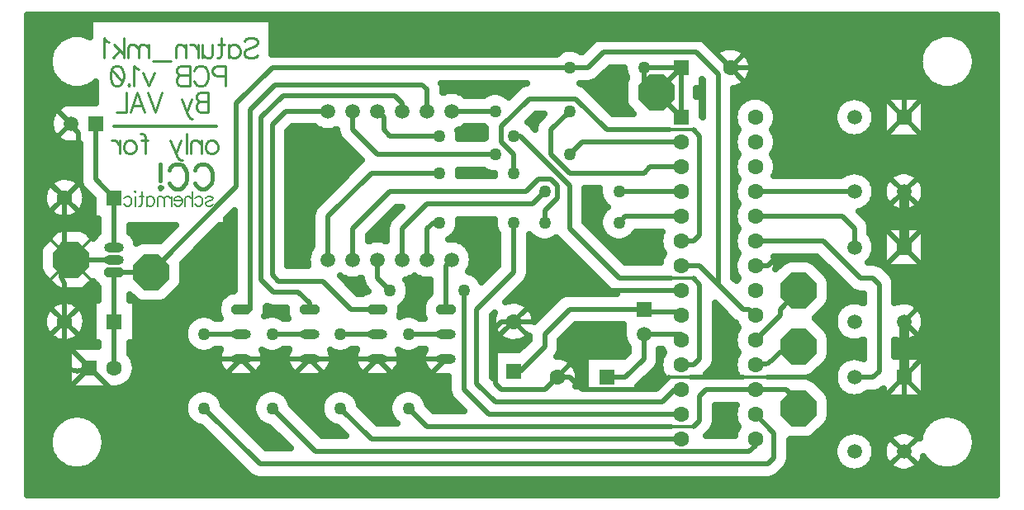
<source format=gbr>
G04 DipTrace 3.3.1.3*
G04 Bottom.gbr*
%MOIN*%
G04 #@! TF.FileFunction,Copper,L2,Bot*
G04 #@! TF.Part,Single*
%AMOUTLINE0*
4,1,8,
0.030133,0.072747,
-0.030133,0.072747,
-0.072747,0.030133,
-0.072747,-0.030133,
-0.030133,-0.072747,
0.030133,-0.072747,
0.072747,-0.030133,
0.072747,0.030133,
0.030133,0.072747,
0*%
%AMOUTLINE3*
4,1,8,
-0.072747,0.030133,
-0.072747,-0.030133,
-0.030133,-0.072747,
0.030133,-0.072747,
0.072747,-0.030133,
0.072747,0.030133,
0.030133,0.072747,
-0.030133,0.072747,
-0.072747,0.030133,
0*%
%AMOUTLINE6*
4,1,8,
0.029528,-0.019685,
0.03937,-0.009843,
0.03937,0.009843,
0.029528,0.019685,
-0.029528,0.019685,
-0.03937,0.009843,
-0.03937,-0.009843,
-0.029528,-0.019685,
0.029528,-0.019685,
0*%
%AMOUTLINE9*
4,1,8,
-0.029528,0.019685,
-0.03937,0.009843,
-0.03937,-0.009843,
-0.029528,-0.019685,
0.029528,-0.019685,
0.03937,-0.009843,
0.03937,0.009843,
0.029528,0.019685,
-0.029528,0.019685,
0*%
G04 #@! TA.AperFunction,CopperBalancing*
%ADD13C,0.019685*%
%ADD14C,0.012992*%
G04 #@! TA.AperFunction,Conductor*
%ADD15C,0.03937*%
G04 #@! TA.AperFunction,CopperBalancing*
%ADD16C,0.025*%
G04 #@! TA.AperFunction,ComponentPad*
%ADD17C,0.062992*%
%ADD18R,0.062992X0.062992*%
%ADD19R,0.059055X0.059055*%
%ADD20C,0.059055*%
%ADD21O,0.07874X0.03937*%
%ADD22C,0.05*%
%ADD23C,0.05*%
%ADD45C,0.008749*%
%ADD46C,0.015439*%
%ADD47C,0.006562*%
%ADD48OUTLINE0*%
%ADD51OUTLINE3*%
G04 #@! TA.AperFunction,ComponentPad*
%ADD54OUTLINE6*%
%ADD57OUTLINE9*%
%FSLAX26Y26*%
G04*
G70*
G90*
G75*
G01*
G04 Bottom*
%LPD*%
X3043701Y1831201D2*
D13*
X2643701D1*
X2593701Y1781201D1*
X2793701Y1631201D2*
X3043701D1*
Y1731201D2*
X2918701D1*
X2893701Y1706201D1*
X2593701D1*
X2518701Y1781201D1*
Y1881201D1*
X2593701Y1956201D1*
X2368701Y1706201D2*
Y1781201D1*
X2318701Y1831201D1*
Y1893701D1*
X2431201Y2006201D1*
X2618701D1*
X2743701Y1881201D1*
X2997822D1*
D14*
X3093701D1*
D13*
X3118701Y1856201D1*
Y1456201D1*
X3093701Y1431201D1*
X3043701D1*
X2793701Y1506201D2*
X2818701Y1531201D1*
X3043701D1*
Y931201D2*
X3093701D1*
X3118701Y956201D1*
Y1256201D1*
X3093701Y1281201D1*
D14*
X3005870D1*
D13*
X2793701D1*
X2593701Y1481201D1*
Y1656201D1*
X2393701Y1856201D1*
X2368701D1*
X3043701Y831201D2*
X3018701D1*
X2968701Y781201D1*
X2293701D1*
X2218701Y856201D1*
Y1156201D1*
X2368701Y1306201D1*
Y1506201D1*
X2168701Y1231201D2*
Y831201D1*
X2268701Y731201D1*
X3043701D1*
X1718701Y1956201D2*
Y1881201D1*
X1818701Y1781201D1*
X2293701D1*
Y1956201D2*
X2118701D1*
X1918701Y1356201D2*
Y1481201D1*
X2018701Y1581201D1*
X2443701D1*
X2493701Y1631201D1*
X1718701Y1356201D2*
Y1481201D1*
X1868701Y1631201D1*
X2418701D1*
X2468701Y1681201D1*
X2518701D1*
X2543701Y1656201D1*
Y1606201D1*
X2493701Y1556201D1*
Y1506201D1*
X1618701Y1356201D2*
Y1531201D1*
X1793701Y1706201D1*
X2068701D1*
Y1856201D2*
X1868701D1*
X1843701Y1881201D1*
Y1931201D1*
X1818701Y1956201D1*
X2068701Y1506201D2*
X2043701D1*
X2018701Y1481201D1*
Y1356201D1*
X1818701D2*
Y1281201D1*
X1868701Y1231201D1*
X756201Y1356201D2*
X581201D1*
X656201Y918701D2*
X606201Y906201D1*
G02X556201Y956201I-6J49994D01*
G01*
Y1106201D1*
Y1256201D1*
G02X581201Y1356201I48589J40978D01*
G01*
X556201Y1606201D2*
Y1431201D1*
G03X581201Y1356201I26831J-32723D01*
G01*
X3943701Y1631201D2*
D15*
Y1406201D1*
Y1106201D2*
Y881201D1*
X3243701Y2131201D2*
D13*
X3818701D1*
G02X3943701Y2006201I5J-124995D01*
G01*
Y1931201D1*
X3343701Y1331201D2*
X3393701D1*
X3418701Y1356201D1*
X3593701D1*
X3668701Y1281201D1*
Y881201D1*
Y806201D1*
X3693701Y781201D1*
X3918701D1*
X3943701Y806201D1*
Y881201D1*
X2543701D2*
X2493701Y831201D1*
X2318701D1*
X2293701Y856201D1*
Y1081201D1*
X2318701Y1106201D1*
X2368701D1*
X2443701D1*
X2568701Y1231201D1*
X3043701D1*
X756201Y1356201D2*
X556201D1*
Y1606201D1*
X543701Y1593701D1*
Y1618701D1*
X481201Y1681201D1*
Y2237450D1*
X574951Y2331201D1*
X1387450D1*
Y2181201D1*
X2543701D1*
X2606201Y2243701D1*
X3131201D1*
X3243701Y2131201D1*
X2543701Y881201D2*
X2593701D1*
X2643701Y831201D1*
X2943701D1*
X2993701Y881201D1*
D14*
X3081530D1*
D13*
X3295362D1*
D14*
X3392286D1*
D13*
X3668701D1*
X581201Y1906201D2*
X574950D1*
X612450Y1868701D1*
Y1662450D1*
X556201Y1606201D1*
X2093701Y956201D2*
X1818701D1*
X1543701D2*
X1818701D1*
X1268701D2*
X1543701D1*
X1268701D2*
X1087450D1*
X962450Y831201D1*
X743701D1*
X656201Y918701D1*
X756201D2*
Y1306201D1*
X906201D1*
X756201Y1106201D2*
Y918701D1*
Y1306201D2*
Y1106201D1*
X3043701Y1331201D2*
X3118701D1*
X3193701Y1256201D1*
X3293701Y1156201D1*
X3318701D1*
X3343701Y1131201D1*
X2593701Y2131201D2*
X2668701D1*
X2731201Y2193701D1*
X3106201D1*
X3193701Y2106201D1*
Y1256201D1*
X906201Y1306201D2*
X1249950Y1649950D1*
Y1987450D1*
X1393701Y2131201D1*
X2593701D1*
X2093701Y1156201D2*
Y1331201D1*
X2118701Y1356201D1*
X1268701Y1156201D2*
X1306201D1*
Y1962450D1*
X1406201Y2062450D1*
X1999950D1*
X2018701Y2043701D1*
Y1956201D1*
X2093701Y1056201D2*
X1943701D1*
X1268701D2*
X1118701D1*
X1543701D2*
X1393701D1*
X1818701D2*
X1668701D1*
X3043701Y631201D2*
X1793701D1*
X1668701Y756201D1*
X3343701Y631201D2*
Y606201D1*
X3318701Y581201D1*
X1568701D1*
X1393701Y756201D1*
X3343701Y731201D2*
X3418701Y656201D1*
Y556201D1*
X3393701Y531201D1*
X1343701D1*
X1118701Y756201D1*
X3343701Y831201D2*
X3468701D1*
X3518701Y781201D1*
Y756201D1*
X3343701Y831201D2*
X3143701D1*
X3118701Y806201D1*
Y706201D1*
X3093701Y681201D1*
D14*
X3006060D1*
D13*
X2018701D1*
X1943701Y756201D1*
X1543701Y1156201D2*
Y1181201D1*
X1499950Y1224950D1*
X1399951D1*
X1349950Y1274951D1*
Y1931201D1*
X1437451Y2018701D1*
X1887451D1*
X1918701Y1987451D1*
Y1956201D1*
X1818701Y1156201D2*
X1712450D1*
X1599950Y1268701D1*
X1418701D1*
X1393701Y1293701D1*
Y1899950D1*
X1449950Y1956201D1*
X1618701D1*
X756201Y1893701D2*
D14*
X1168701D1*
X2893701Y1056201D2*
D13*
X3043701D1*
Y1031201D1*
X2743701Y881201D2*
X2818701D1*
X2893701Y956201D1*
Y1056201D1*
X3343701Y1431201D2*
X3618701D1*
X3768701Y1281201D1*
X3818701D1*
X3843701Y1256201D1*
Y906201D1*
X3818701Y881201D1*
X3743701D1*
X3343701Y1531201D2*
X3693701D1*
X3743701Y1481201D1*
Y1406201D1*
X3343701Y1631201D2*
X3743701D1*
X756201Y1606201D2*
Y1406201D1*
X681201Y1906201D2*
Y1681201D1*
X756201Y1606201D1*
X2893701Y2131201D2*
X3043701D1*
Y1931201D1*
X2893701Y2131201D2*
Y2081201D1*
G03X2943701Y2031201I49994J-6D01*
G01*
D3*
X3043701Y2131201D2*
X2943701Y2031201D1*
X3043701Y1931201D2*
X2943701Y2031201D1*
X3343701Y931201D2*
X3368701D1*
G03X3418701Y956201I6J62489D01*
G01*
G02X3518701Y1006201I100038J-75077D01*
G01*
D3*
X3343701Y1031201D2*
X3443701Y1131201D1*
Y1156201D1*
X3518701Y1231201D1*
X3043701Y1131201D2*
Y1143701D1*
X2893701D1*
Y1156201D1*
X2368701Y906201D2*
X2393701D1*
X2493701Y1006201D1*
Y1056201D1*
X2593701Y1156201D1*
X2893701D1*
X408719Y2318832D2*
D16*
X655626D1*
X1395785D2*
X4316207D1*
X408719Y2293963D2*
X655626D1*
X1395785D2*
X4316207D1*
X408719Y2269094D2*
X655626D1*
X1395785D2*
X4316207D1*
X408719Y2244226D2*
X534588D1*
X1395785D2*
X2691551D1*
X3145857D2*
X4047076D1*
X4190337D2*
X4316207D1*
X408719Y2219357D2*
X511299D1*
X1395785D2*
X2665678D1*
X3171730D2*
X4023787D1*
X4213591D2*
X4316207D1*
X408719Y2194488D2*
X498525D1*
X1395785D2*
X2545825D1*
X3301990D2*
X4011012D1*
X4226366D2*
X4316207D1*
X408719Y2169619D2*
X492568D1*
X3321294D2*
X4005092D1*
X4232323D2*
X4316207D1*
X408719Y2144751D2*
X492353D1*
X3329476D2*
X4004877D1*
X4232538D2*
X4316207D1*
X408719Y2119882D2*
X497843D1*
X2748583D2*
X2814167D1*
X3329799D2*
X4010331D1*
X4227083D2*
X4316207D1*
X408719Y2095013D2*
X509972D1*
X2723715D2*
X2822241D1*
X3322407D2*
X4022495D1*
X4214919D2*
X4316207D1*
X408719Y2070144D2*
X532148D1*
X2685534D2*
X2816320D1*
X3304429D2*
X4044636D1*
X4192778D2*
X4316207D1*
X408719Y2045276D2*
X588773D1*
X623629D2*
X680601D1*
X2083900D2*
X2379071D1*
X2670822D2*
X2815567D1*
X3108896D2*
X3128476D1*
X3258928D2*
X4101261D1*
X4136117D2*
X4316207D1*
X408719Y2020407D2*
X680601D1*
X2172857D2*
X2247125D1*
X2340257D2*
X2354203D1*
X2695690D2*
X2815567D1*
X3108896D2*
X3128476D1*
X3258928D2*
X4316207D1*
X408719Y1995538D2*
X680601D1*
X2720558D2*
X2815890D1*
X3258928D2*
X3286618D1*
X3400778D2*
X3689706D1*
X3797693D2*
X3858791D1*
X4028608D2*
X4316207D1*
X408719Y1970669D2*
X527375D1*
X2745425D2*
X2825184D1*
X3258928D2*
X3266640D1*
X3420765D2*
X3668857D1*
X3818542D2*
X3858791D1*
X4028608D2*
X4316207D1*
X408719Y1945801D2*
X506455D1*
X2770293D2*
X2848938D1*
X3429306D2*
X3660101D1*
X3827298D2*
X3858791D1*
X4028608D2*
X4316207D1*
X408719Y1920932D2*
X497627D1*
X2437108D2*
X2467669D1*
X3429951D2*
X3659455D1*
X3827944D2*
X3858791D1*
X4028608D2*
X4316207D1*
X408719Y1896063D2*
X496946D1*
X2445038D2*
X2455290D1*
X3422919D2*
X3666668D1*
X3820731D2*
X3858791D1*
X4028608D2*
X4316207D1*
X408719Y1871194D2*
X504122D1*
X1458906D2*
X1654282D1*
X2147630D2*
X2253476D1*
X3258928D2*
X3266890D1*
X3420479D2*
X3684718D1*
X3802681D2*
X3858791D1*
X4028608D2*
X4316207D1*
X408719Y1846325D2*
X522101D1*
X1458906D2*
X1664079D1*
X2148455D2*
X2248525D1*
X3429198D2*
X4316207D1*
X408719Y1821457D2*
X615974D1*
X1458906D2*
X1687260D1*
X3429988D2*
X4316207D1*
X408719Y1796588D2*
X615974D1*
X1458906D2*
X1712127D1*
X3423134D2*
X4316207D1*
X408719Y1771719D2*
X615974D1*
X1458906D2*
X1736996D1*
X3258928D2*
X3267201D1*
X3420192D2*
X4316207D1*
X408719Y1746850D2*
X615974D1*
X1458906D2*
X1743168D1*
X3429091D2*
X4316207D1*
X408719Y1721982D2*
X615974D1*
X1458906D2*
X1718301D1*
X3430059D2*
X4316207D1*
X408719Y1697113D2*
X615974D1*
X1458906D2*
X1693432D1*
X2148528D2*
X2288858D1*
X3423385D2*
X3691751D1*
X3795648D2*
X3891769D1*
X3995630D2*
X4316207D1*
X408719Y1672244D2*
X501217D1*
X1458906D2*
X1668564D1*
X3258928D2*
X3267512D1*
X3817644D2*
X3869736D1*
X4017663D2*
X4316207D1*
X408719Y1647375D2*
X480080D1*
X1458906D2*
X1643697D1*
X3827010D2*
X3860407D1*
X4026993D2*
X4316207D1*
X408719Y1622507D2*
X470930D1*
X1458906D2*
X1618829D1*
X2658908D2*
X2713835D1*
X3828123D2*
X3859259D1*
X4028142D2*
X4316207D1*
X408719Y1597638D2*
X469782D1*
X642648D2*
X669333D1*
X1458906D2*
X1593962D1*
X2658908D2*
X2720940D1*
X3821449D2*
X3865933D1*
X4021467D2*
X4316207D1*
X408719Y1572769D2*
X476240D1*
X636152D2*
X669333D1*
X1458906D2*
X1569238D1*
X2658908D2*
X2739743D1*
X3258928D2*
X3267760D1*
X3804295D2*
X3883121D1*
X4004314D2*
X4316207D1*
X408719Y1547900D2*
X492711D1*
X619682D2*
X669333D1*
X1458906D2*
X1555744D1*
X1876597D2*
X1894205D1*
X2658908D2*
X2725425D1*
X3768197D2*
X4316207D1*
X408719Y1523031D2*
X539541D1*
X572853D2*
X669333D1*
X1214211D2*
X1241004D1*
X1458906D2*
X1553484D1*
X1851730D2*
X1869480D1*
X2658908D2*
X2715163D1*
X3792920D2*
X4316207D1*
X408719Y1498163D2*
X690971D1*
X1212238D2*
X1241004D1*
X1458906D2*
X1553484D1*
X1826862D2*
X1855808D1*
X2148671D2*
X2288751D1*
X2667915D2*
X2713764D1*
X3806592D2*
X4316207D1*
X408719Y1473294D2*
X519768D1*
X642612D2*
X690971D1*
X821423D2*
X982100D1*
X1164475D2*
X1241004D1*
X1458906D2*
X1553484D1*
X1801993D2*
X1853476D1*
X2141781D2*
X2295640D1*
X2692783D2*
X2720617D1*
X3258928D2*
X3268071D1*
X3808925D2*
X3858791D1*
X4028608D2*
X4316207D1*
X408719Y1448425D2*
X493286D1*
X837391D2*
X957232D1*
X1139608D2*
X1241004D1*
X1458906D2*
X1553484D1*
X1783908D2*
X1853476D1*
X2123408D2*
X2303499D1*
X2717651D2*
X2738990D1*
X2848413D2*
X2958601D1*
X3816963D2*
X3858791D1*
X4028608D2*
X4316207D1*
X408719Y1423556D2*
X468417D1*
X1114740D2*
X1241004D1*
X1458906D2*
X1553484D1*
X2168659D2*
X2303499D1*
X2433915D2*
X2560143D1*
X2742518D2*
X2957165D1*
X3826760D2*
X3858791D1*
X4028608D2*
X4316207D1*
X408719Y1398688D2*
X454530D1*
X1089873D2*
X1241004D1*
X1458906D2*
X1545589D1*
X2191804D2*
X2303499D1*
X2433915D2*
X2585010D1*
X2767386D2*
X2963337D1*
X3828266D2*
X3858791D1*
X4028608D2*
X4316207D1*
X408719Y1373819D2*
X453096D1*
X1065005D2*
X1241004D1*
X1458906D2*
X1535722D1*
X2201707D2*
X2303499D1*
X2433915D2*
X2609878D1*
X2792255D2*
X2968398D1*
X3258928D2*
X3268382D1*
X3821987D2*
X3858791D1*
X4028608D2*
X4316207D1*
X408719Y1348950D2*
X453096D1*
X1040136D2*
X1241004D1*
X1458906D2*
X1534106D1*
X2203287D2*
X2303499D1*
X2433915D2*
X2634747D1*
X2817157D2*
X2958709D1*
X3428696D2*
X3458324D1*
X3579087D2*
X3609756D1*
X3805444D2*
X3858791D1*
X4028608D2*
X4316207D1*
X408719Y1324081D2*
X453131D1*
X1034324D2*
X1241004D1*
X2197079D2*
X2295390D1*
X2433915D2*
X2659614D1*
X3605963D2*
X3634623D1*
X4028608D2*
X4316207D1*
X408719Y1299213D2*
X460416D1*
X1034324D2*
X1241004D1*
X2209136D2*
X2270522D1*
X2433520D2*
X2684517D1*
X3630832D2*
X3659491D1*
X3891853D2*
X4316207D1*
X408719Y1274344D2*
X482915D1*
X1034287D2*
X1241004D1*
X1685514D2*
X1706781D1*
X1730621D2*
X1753861D1*
X1936021D2*
X2006773D1*
X2236013D2*
X2245654D1*
X2425231D2*
X2709386D1*
X3645185D2*
X3684358D1*
X3906243D2*
X4316207D1*
X408719Y1249475D2*
X507783D1*
X654633D2*
X686450D1*
X1027147D2*
X1241004D1*
X1710382D2*
X1762114D1*
X1946895D2*
X2028483D1*
X2403161D2*
X2734253D1*
X3646801D2*
X3709227D1*
X3908898D2*
X4316207D1*
X408719Y1224606D2*
X690971D1*
X1004755D2*
X1216136D1*
X1735249D2*
X1766134D1*
X1948797D2*
X2028483D1*
X2378294D2*
X2764181D1*
X3646801D2*
X3739190D1*
X3908898D2*
X4316207D1*
X408719Y1199738D2*
X690971D1*
X821423D2*
X832499D1*
X979887D2*
X1186101D1*
X1942445D2*
X2011079D1*
X2353427D2*
X2546041D1*
X3646801D2*
X3778483D1*
X3908898D2*
X4316207D1*
X408719Y1174869D2*
X504697D1*
X607732D2*
X669333D1*
X843060D2*
X1174690D1*
X1924969D2*
X1999703D1*
X2420207D2*
X2521173D1*
X3639874D2*
X3695663D1*
X3991755D2*
X4316207D1*
X408719Y1150000D2*
X481588D1*
X630806D2*
X669333D1*
X843060D2*
X1173972D1*
X1371097D2*
X1448953D1*
X1913450D2*
X1998950D1*
X2443316D2*
X2496304D1*
X3183930D2*
X3208714D1*
X3617663D2*
X3671404D1*
X4015976D2*
X4316207D1*
X408719Y1125131D2*
X471469D1*
X640925D2*
X669333D1*
X843060D2*
X1079992D1*
X1157442D2*
X1178423D1*
X1432423D2*
X1453403D1*
X1982420D2*
X2003400D1*
X2453400D2*
X2471437D1*
X3183930D2*
X3233581D1*
X3592794D2*
X3660999D1*
X4026383D2*
X4316207D1*
X408719Y1100262D2*
X469530D1*
X642864D2*
X669333D1*
X843060D2*
X1052003D1*
X3183930D2*
X3262719D1*
X3604780D2*
X3659025D1*
X4028392D2*
X4316207D1*
X408719Y1075394D2*
X475164D1*
X637230D2*
X669333D1*
X843060D2*
X1040735D1*
X2604077D2*
X2808820D1*
X3183930D2*
X3269323D1*
X3629647D2*
X3664766D1*
X4022615D2*
X4316207D1*
X408719Y1050525D2*
X490307D1*
X622087D2*
X669333D1*
X843060D2*
X1038546D1*
X2283919D2*
X2302818D1*
X2579210D2*
X2809000D1*
X3183930D2*
X3259096D1*
X3644862D2*
X3680448D1*
X4006934D2*
X4316207D1*
X408719Y1025656D2*
X528596D1*
X583798D2*
X669333D1*
X843060D2*
X1044575D1*
X2283919D2*
X2341106D1*
X2396308D2*
X2421953D1*
X2558899D2*
X2814669D1*
X3183930D2*
X3257014D1*
X3646801D2*
X3723831D1*
X3763567D2*
X3778483D1*
X3908898D2*
X3923814D1*
X3963585D2*
X4316207D1*
X408719Y1000787D2*
X569324D1*
X821423D2*
X1061476D1*
X2283919D2*
X2397085D1*
X2558684D2*
X2828486D1*
X3183930D2*
X3262504D1*
X3646801D2*
X3778483D1*
X3908898D2*
X4316207D1*
X408719Y975919D2*
X569324D1*
X821423D2*
X1176699D1*
X1360726D2*
X1451681D1*
X1635707D2*
X1726697D1*
X1910723D2*
X2001677D1*
X2551113D2*
X2822241D1*
X2958900D2*
X2969654D1*
X3183930D2*
X3269646D1*
X3646801D2*
X3778483D1*
X3908898D2*
X4316207D1*
X408719Y951050D2*
X569324D1*
X836602D2*
X1174152D1*
X1363274D2*
X1449133D1*
X1638255D2*
X1724150D1*
X1913270D2*
X1999130D1*
X2593528D2*
X2656850D1*
X3183715D2*
X3259203D1*
X3640520D2*
X3697492D1*
X4028608D2*
X4316207D1*
X408719Y926181D2*
X569324D1*
X842738D2*
X1180467D1*
X1356923D2*
X1455449D1*
X1631938D2*
X1730465D1*
X1906955D2*
X2005445D1*
X2617570D2*
X2656850D1*
X3176251D2*
X3256978D1*
X3618846D2*
X3672157D1*
X4028608D2*
X4316207D1*
X408719Y901312D2*
X569324D1*
X841266D2*
X1199056D1*
X1338335D2*
X1474072D1*
X1613350D2*
X1749052D1*
X1888332D2*
X2024070D1*
X2628119D2*
X2656850D1*
X2930013D2*
X2962297D1*
X3155008D2*
X3262289D1*
X3593979D2*
X3661285D1*
X4028608D2*
X4316207D1*
X408719Y876444D2*
X569324D1*
X831722D2*
X2103480D1*
X2630416D2*
X2656850D1*
X2905146D2*
X2969976D1*
X3574566D2*
X3658953D1*
X4028608D2*
X4316207D1*
X408719Y851575D2*
X569324D1*
X809797D2*
X2103480D1*
X2625177D2*
X2656850D1*
X2880278D2*
X2947871D1*
X3603488D2*
X3664299D1*
X4028608D2*
X4316207D1*
X408719Y826706D2*
X1083150D1*
X1154248D2*
X1358130D1*
X1429265D2*
X1633147D1*
X1704245D2*
X1908127D1*
X1979262D2*
X2103660D1*
X3628356D2*
X3679407D1*
X4028608D2*
X4316207D1*
X408719Y801837D2*
X1053115D1*
X1184283D2*
X1328096D1*
X1459301D2*
X1603112D1*
X1734281D2*
X1878092D1*
X2009297D2*
X2110802D1*
X3644504D2*
X3719059D1*
X3768340D2*
X3858791D1*
X4028608D2*
X4316207D1*
X408719Y776969D2*
X1041165D1*
X1196234D2*
X1316146D1*
X1471249D2*
X1591163D1*
X1746266D2*
X1866143D1*
X2021247D2*
X2131757D1*
X3646801D2*
X4316207D1*
X408719Y752100D2*
X1038438D1*
X1213996D2*
X1313454D1*
X1488976D2*
X1588436D1*
X1763992D2*
X1863451D1*
X2038974D2*
X2156626D1*
X3183930D2*
X3259454D1*
X3646801D2*
X4316207D1*
X408719Y727231D2*
X576357D1*
X636045D2*
X1043929D1*
X1238864D2*
X1318909D1*
X1513844D2*
X1593925D1*
X1788861D2*
X1868906D1*
X3183930D2*
X3256942D1*
X3646801D2*
X4088845D1*
X4148568D2*
X4316207D1*
X408719Y702362D2*
X529349D1*
X683054D2*
X1059933D1*
X1263731D2*
X1334949D1*
X1538711D2*
X1609929D1*
X1813728D2*
X1884946D1*
X3183786D2*
X3261930D1*
X3641202D2*
X4041837D1*
X4195541D2*
X4316207D1*
X408719Y677493D2*
X508465D1*
X703938D2*
X1106223D1*
X1288598D2*
X1381203D1*
X1563580D2*
X1656220D1*
X3176969D2*
X3270686D1*
X3620138D2*
X4020953D1*
X4216425D2*
X4316207D1*
X408719Y652625D2*
X497054D1*
X715349D2*
X1131091D1*
X1313467D2*
X1406072D1*
X1588483D2*
X1681088D1*
X3156299D2*
X3259597D1*
X3595270D2*
X3700112D1*
X3787286D2*
X3900130D1*
X3987269D2*
X4009541D1*
X4227873D2*
X4316207D1*
X408719Y627756D2*
X492138D1*
X720265D2*
X1155959D1*
X1338335D2*
X1430940D1*
X3483921D2*
X3673198D1*
X3814199D2*
X3873217D1*
X4232753D2*
X4316207D1*
X408719Y602887D2*
X492891D1*
X719512D2*
X1180827D1*
X1363202D2*
X1455843D1*
X3483921D2*
X3661715D1*
X3825682D2*
X3861698D1*
X4232000D2*
X4316207D1*
X408719Y578018D2*
X499421D1*
X712980D2*
X1205694D1*
X3483921D2*
X3658881D1*
X3828554D2*
X3858864D1*
X4225469D2*
X4316207D1*
X408719Y553150D2*
X512986D1*
X699416D2*
X1230562D1*
X3483850D2*
X3663726D1*
X3823673D2*
X3863707D1*
X4211904D2*
X4316207D1*
X408719Y528281D2*
X537747D1*
X674656D2*
X1255430D1*
X3477354D2*
X3678043D1*
X3809356D2*
X3878026D1*
X4009374D2*
X4050234D1*
X4187180D2*
X4316207D1*
X408719Y503412D2*
X1280298D1*
X3457117D2*
X3714035D1*
X3773364D2*
X3914017D1*
X3973382D2*
X4316207D1*
X408719Y478543D2*
X1307139D1*
X3430274D2*
X4316207D1*
X408719Y453675D2*
X4316207D1*
X408719Y428806D2*
X4316207D1*
X2453047Y1104364D2*
X2475339Y1126529D1*
X2552972Y1203888D1*
X2560933Y1209672D1*
X2569702Y1214140D1*
X2579060Y1217181D1*
X2588781Y1218720D1*
X2612073Y1218913D1*
X2786434D1*
X2779060Y1220220D1*
X2769702Y1223261D1*
X2760933Y1227730D1*
X2752972Y1233513D1*
X2736365Y1249848D1*
X2546013Y1440472D1*
X2542954Y1444356D1*
X2539471Y1443202D1*
X2534387Y1439806D1*
X2529052Y1436818D1*
X2523500Y1434259D1*
X2517764Y1432142D1*
X2511879Y1430482D1*
X2505882Y1429290D1*
X2499811Y1428571D1*
X2493701Y1428331D1*
X2487591Y1428571D1*
X2481520Y1429290D1*
X2475522Y1430482D1*
X2469638Y1432142D1*
X2463902Y1434259D1*
X2458349Y1436818D1*
X2453014Y1439806D1*
X2447930Y1443202D1*
X2443129Y1446988D1*
X2438638Y1451138D1*
X2431427Y1459510D1*
X2431220Y1301281D1*
X2429681Y1291560D1*
X2426639Y1282202D1*
X2422172Y1273433D1*
X2416388Y1265472D1*
X2400054Y1248865D1*
X2334513Y1183324D1*
X2342694Y1186458D1*
X2351570Y1188810D1*
X2360648Y1190181D1*
X2369823Y1190559D1*
X2378983Y1189938D1*
X2388022Y1188324D1*
X2396832Y1185739D1*
X2405310Y1182210D1*
X2413353Y1177782D1*
X2420867Y1172505D1*
X2427764Y1166444D1*
X2433961Y1159669D1*
X2439385Y1152260D1*
X2443971Y1144306D1*
X2447667Y1135902D1*
X2450427Y1127144D1*
X2452218Y1118139D1*
X2453021Y1108992D1*
X2453047Y1104364D1*
X2430992Y1049303D2*
X2424424Y1042856D1*
X2417210Y1037176D1*
X2409423Y1032312D1*
X2401151Y1028325D1*
X2392496Y1025260D1*
X2383559Y1023154D1*
X2374446Y1022030D1*
X2365266Y1021904D1*
X2356126Y1022777D1*
X2347134Y1024638D1*
X2338399Y1027465D1*
X2330021Y1031224D1*
X2322102Y1035871D1*
X2314736Y1041352D1*
X2308008Y1047600D1*
X2301999Y1054543D1*
X2296781Y1062097D1*
X2292413Y1070175D1*
X2288950Y1078677D1*
X2286432Y1087508D1*
X2284887Y1096559D1*
X2284336Y1105723D1*
X2284783Y1114895D1*
X2286226Y1123962D1*
X2288644Y1132820D1*
X2291576Y1140386D1*
X2281430Y1130241D1*
X2281413Y882154D1*
X2284335Y879257D1*
Y990567D1*
X2389367D1*
X2430984Y1032173D1*
X2430988Y1049298D1*
X2628047Y879364D2*
X2627348Y870209D1*
X2625657Y861184D1*
X2622997Y852396D1*
X2619381Y843917D1*
X2659324Y843913D1*
X2659335Y965567D1*
X2814390D1*
X2830966Y982155D1*
X2830988Y1002743D1*
X2827039Y1007769D1*
X2823445Y1013148D1*
X2820283Y1018793D1*
X2817575Y1024668D1*
X2815336Y1030739D1*
X2813580Y1036966D1*
X2812318Y1043311D1*
X2811558Y1049736D1*
X2811303Y1056201D1*
X2811558Y1062665D1*
X2813260Y1073825D1*
X2811303Y1073803D1*
Y1093504D1*
X2619654Y1093488D1*
X2556417Y1030228D1*
X2556220Y1001281D1*
X2554681Y991560D1*
X2551640Y982202D1*
X2547172Y973433D1*
X2544424Y969324D1*
X2542986Y965564D1*
X2552157Y965142D1*
X2561230Y963726D1*
X2570093Y961332D1*
X2578646Y957990D1*
X2586783Y953738D1*
X2594411Y948626D1*
X2601437Y942717D1*
X2607781Y936077D1*
X2613365Y928789D1*
X2618123Y920937D1*
X2622001Y912613D1*
X2624950Y903919D1*
X2626938Y894954D1*
X2627940Y885827D1*
X2628047Y879364D1*
X640547Y1104364D2*
X639848Y1095209D1*
X638157Y1086184D1*
X635497Y1077396D1*
X631898Y1068949D1*
X627400Y1060944D1*
X622060Y1053474D1*
X615941Y1046630D1*
X609113Y1040490D1*
X601659Y1035129D1*
X593667Y1030610D1*
X585230Y1026986D1*
X576450Y1024301D1*
X567429Y1022585D1*
X558277Y1021860D1*
X549098Y1022134D1*
X540005Y1023404D1*
X531104Y1025654D1*
X522499Y1028858D1*
X514294Y1032979D1*
X506584Y1037967D1*
X499463Y1043762D1*
X493014Y1050298D1*
X487314Y1057496D1*
X482428Y1065270D1*
X478417Y1073530D1*
X475328Y1082176D1*
X473196Y1091108D1*
X472047Y1100217D1*
X471895Y1109398D1*
X472741Y1118541D1*
X474577Y1127537D1*
X477379Y1136281D1*
X481114Y1144668D1*
X485740Y1152600D1*
X491199Y1159983D1*
X497429Y1166727D1*
X504354Y1172756D1*
X511894Y1177996D1*
X519958Y1182386D1*
X528453Y1185873D1*
X537274Y1188417D1*
X546322Y1189987D1*
X555486Y1190564D1*
X564657Y1190142D1*
X573730Y1188726D1*
X582593Y1186332D1*
X591146Y1182990D1*
X599283Y1178738D1*
X606911Y1173626D1*
X613937Y1167717D1*
X620281Y1161077D1*
X625865Y1153789D1*
X630623Y1145937D1*
X634501Y1137613D1*
X637450Y1128919D1*
X639438Y1119954D1*
X640440Y1110827D1*
X640547Y1104364D1*
X3128067Y2083118D2*
Y2046835D1*
X3106429D1*
X3106413Y2015546D1*
X3128067Y2015567D1*
Y1933643D1*
X3131000Y1931591D1*
X3130988Y2080210D1*
X3128067Y2083144D1*
X2818084Y2001104D2*
X2818247Y2065482D1*
X2819545Y2073676D1*
X2822109Y2081566D1*
X2825883Y2088971D1*
X2824318Y2095849D1*
X2821759Y2101402D1*
X2819642Y2107138D1*
X2817982Y2113022D1*
X2816790Y2119020D1*
X2816071Y2125091D1*
X2815839Y2130986D1*
X2757155Y2130988D1*
X2709429Y2083513D1*
X2701469Y2077730D1*
X2692699Y2073262D1*
X2683341Y2070220D1*
X2673621Y2068681D1*
X2650328Y2068488D1*
X2639886D1*
X2636631Y2066304D1*
X2642699Y2064140D1*
X2651469Y2059672D1*
X2659429Y2053888D1*
X2676037Y2037554D1*
X2769692Y1943899D1*
X2853327Y1943913D1*
X2830751Y1966732D1*
X2825875Y1973444D1*
X2822109Y1980836D1*
X2819545Y1988726D1*
X2818247Y1996920D1*
X2818084Y2001084D1*
Y2051438D2*
Y2051470D1*
Y2025192D2*
Y2025223D1*
X455584Y1326089D2*
X455711Y1390005D1*
X456730Y1397277D1*
X458744Y1404339D1*
X461718Y1411052D1*
X465594Y1417290D1*
X470302Y1422934D1*
X516643Y1469075D1*
X522535Y1473458D1*
X528978Y1476982D1*
X535846Y1479579D1*
X543008Y1481199D1*
X550325Y1481812D1*
X615005Y1481690D1*
X622277Y1480673D1*
X629339Y1478657D1*
X636052Y1475684D1*
X642290Y1471807D1*
X647934Y1467100D1*
X673276Y1441776D1*
X677818Y1448848D1*
X685211Y1457505D1*
X693501Y1464610D1*
X693478Y1521835D1*
X671835D1*
Y1601892D1*
X633501Y1640487D1*
X633059Y1640993D1*
X636385Y1632434D1*
X638761Y1623566D1*
X640159Y1614491D1*
X640567Y1606201D1*
X640067Y1597033D1*
X638575Y1587972D1*
X636105Y1579129D1*
X632690Y1570606D1*
X628369Y1562505D1*
X623193Y1554921D1*
X617224Y1547945D1*
X610531Y1541657D1*
X603196Y1536136D1*
X595303Y1531444D1*
X586948Y1527636D1*
X578228Y1524761D1*
X569248Y1522849D1*
X560113Y1521925D1*
X550930Y1522000D1*
X541812Y1523071D1*
X532864Y1525127D1*
X524192Y1528143D1*
X515898Y1532084D1*
X508083Y1536903D1*
X500836Y1542542D1*
X494247Y1548936D1*
X488390Y1556008D1*
X483337Y1563673D1*
X479147Y1571844D1*
X475870Y1580421D1*
X473545Y1589303D1*
X472197Y1598386D1*
X471845Y1607560D1*
X472493Y1616720D1*
X474131Y1625755D1*
X476743Y1634556D1*
X480295Y1643024D1*
X484745Y1651055D1*
X490043Y1658554D1*
X496125Y1665433D1*
X502917Y1671612D1*
X510341Y1677014D1*
X518308Y1681579D1*
X526724Y1685249D1*
X535490Y1687986D1*
X544499Y1689752D1*
X553648Y1690529D1*
X562827Y1690306D1*
X571928Y1689088D1*
X580843Y1686888D1*
X589465Y1683732D1*
X597693Y1679659D1*
X605430Y1674714D1*
X612584Y1668958D1*
X619071Y1662459D1*
X623102Y1657592D1*
X620220Y1666560D1*
X618681Y1676281D1*
X618488Y1699573D1*
Y1823769D1*
X598803Y1823803D1*
Y1825705D1*
X589357Y1824207D1*
X580185Y1823810D1*
X571024Y1824434D1*
X561991Y1826073D1*
X553194Y1828709D1*
X544747Y1832306D1*
X536752Y1836820D1*
X529308Y1842196D1*
X522510Y1848366D1*
X516440Y1855256D1*
X511175Y1862777D1*
X506778Y1870837D1*
X503306Y1879337D1*
X500801Y1888171D1*
X499293Y1897227D1*
X498803Y1906396D1*
X499337Y1915562D1*
X500886Y1924612D1*
X503433Y1933433D1*
X506946Y1941916D1*
X511381Y1949957D1*
X516682Y1957453D1*
X522785Y1964312D1*
X529613Y1970450D1*
X537081Y1975791D1*
X545098Y1980268D1*
X553563Y1983825D1*
X562370Y1986417D1*
X571412Y1988014D1*
X580575Y1988596D1*
X589747Y1988154D1*
X598804Y1986696D1*
X598803Y1988598D1*
X683112Y1988735D1*
Y2074892D1*
X671988Y2065651D1*
X664681Y2060769D1*
X657013Y2056475D1*
X649033Y2052795D1*
X640787Y2049753D1*
X632329Y2047367D1*
X623710Y2045654D1*
X614983Y2044621D1*
X606201Y2044276D1*
X597419Y2044621D1*
X588692Y2045654D1*
X580072Y2047367D1*
X571614Y2049753D1*
X563369Y2052795D1*
X555388Y2056475D1*
X547720Y2060769D1*
X540413Y2065651D1*
X533512Y2071092D1*
X527058Y2077058D1*
X521092Y2083512D1*
X515651Y2090413D1*
X510769Y2097720D1*
X506475Y2105388D1*
X502795Y2113369D1*
X499753Y2121614D1*
X497367Y2130072D1*
X495654Y2138692D1*
X494621Y2147419D1*
X494276Y2156201D1*
X494621Y2164983D1*
X495654Y2173710D1*
X497367Y2182329D1*
X499753Y2190787D1*
X502795Y2199033D1*
X506475Y2207013D1*
X510769Y2214681D1*
X515651Y2221988D1*
X521092Y2228890D1*
X527058Y2235344D1*
X533512Y2241310D1*
X540413Y2246751D1*
X547720Y2251633D1*
X555388Y2255927D1*
X563369Y2259606D1*
X571614Y2262648D1*
X580072Y2265034D1*
X588692Y2266748D1*
X597419Y2267781D1*
X606201Y2268126D1*
X614983Y2267781D1*
X623710Y2266748D1*
X632329Y2265034D1*
X640787Y2262648D1*
X649033Y2259606D1*
X658122Y2255306D1*
X658112Y2329290D1*
X1393283D1*
Y2193899D1*
X2547556Y2193913D1*
X2553014Y2197596D1*
X2558349Y2200584D1*
X2563902Y2203143D1*
X2569638Y2205260D1*
X2575522Y2206920D1*
X2581520Y2208112D1*
X2587591Y2208831D1*
X2593701Y2209071D1*
X2599811Y2208831D1*
X2605882Y2208112D1*
X2611879Y2206920D1*
X2617764Y2205260D1*
X2623500Y2203143D1*
X2629052Y2200584D1*
X2634387Y2197596D1*
X2639828Y2193919D1*
X2643844Y2195033D1*
X2690472Y2241388D1*
X2698433Y2247172D1*
X2707202Y2251639D1*
X2716560Y2254681D1*
X2726281Y2256220D1*
X2749573Y2256413D1*
X3111121Y2256220D1*
X3120841Y2254681D1*
X3130199Y2251639D1*
X3138969Y2247172D1*
X3146929Y2241388D1*
X3163537Y2225054D1*
X3191270Y2197320D1*
X3199394Y2202996D1*
X3207458Y2207386D1*
X3215953Y2210873D1*
X3224774Y2213417D1*
X3233822Y2214987D1*
X3242986Y2215564D1*
X3252157Y2215142D1*
X3261230Y2213726D1*
X3270093Y2211332D1*
X3278646Y2207990D1*
X3286783Y2203738D1*
X3294411Y2198626D1*
X3301437Y2192717D1*
X3307781Y2186077D1*
X3313365Y2178789D1*
X3318123Y2170937D1*
X3322001Y2162613D1*
X3324950Y2153919D1*
X3326938Y2144954D1*
X3327940Y2135827D1*
X3327987Y2127528D1*
X3327088Y2118390D1*
X3325202Y2109404D1*
X3322352Y2100676D1*
X3318568Y2092310D1*
X3313899Y2084404D1*
X3308398Y2077052D1*
X3302130Y2070343D1*
X3295171Y2064353D1*
X3287601Y2059156D1*
X3279512Y2054812D1*
X3270999Y2051373D1*
X3262161Y2048879D1*
X3256413Y2047801D1*
Y1282192D1*
X3268723Y1269869D1*
X3271766Y1275282D1*
X3275752Y1281176D1*
X3270837Y1288673D1*
X3266647Y1296844D1*
X3263370Y1305421D1*
X3261045Y1314303D1*
X3259697Y1323386D1*
X3259345Y1332560D1*
X3259993Y1341720D1*
X3261631Y1350755D1*
X3264243Y1359556D1*
X3267795Y1368024D1*
X3272245Y1376055D1*
X3275749Y1381196D1*
X3271766Y1387119D1*
X3268530Y1392899D1*
X3265757Y1398915D1*
X3263463Y1405130D1*
X3261665Y1411505D1*
X3260373Y1418003D1*
X3259594Y1424581D1*
X3259335Y1431201D1*
X3259594Y1437820D1*
X3260373Y1444399D1*
X3261665Y1450896D1*
X3263463Y1457272D1*
X3265757Y1463487D1*
X3268530Y1469503D1*
X3271766Y1475282D1*
X3275752Y1481176D1*
X3271766Y1487119D1*
X3268530Y1492899D1*
X3265757Y1498915D1*
X3263463Y1505130D1*
X3261665Y1511505D1*
X3260373Y1518003D1*
X3259594Y1524581D1*
X3259335Y1531201D1*
X3259594Y1537820D1*
X3260373Y1544399D1*
X3261665Y1550896D1*
X3263463Y1557272D1*
X3265757Y1563487D1*
X3268530Y1569503D1*
X3271766Y1575282D1*
X3275752Y1581176D1*
X3271766Y1587119D1*
X3268530Y1592899D1*
X3265757Y1598915D1*
X3263463Y1605130D1*
X3261665Y1611505D1*
X3260373Y1618003D1*
X3259594Y1624581D1*
X3259335Y1631201D1*
X3259594Y1637820D1*
X3260373Y1644399D1*
X3261665Y1650896D1*
X3263463Y1657272D1*
X3265757Y1663487D1*
X3268530Y1669503D1*
X3271766Y1675282D1*
X3275752Y1681176D1*
X3271766Y1687119D1*
X3268530Y1692899D1*
X3265757Y1698915D1*
X3263463Y1705130D1*
X3261665Y1711505D1*
X3260373Y1718003D1*
X3259594Y1724581D1*
X3259335Y1731201D1*
X3259594Y1737820D1*
X3260373Y1744399D1*
X3261665Y1750896D1*
X3263463Y1757272D1*
X3265757Y1763487D1*
X3268530Y1769503D1*
X3271766Y1775282D1*
X3275752Y1781176D1*
X3271766Y1787119D1*
X3268530Y1792899D1*
X3265757Y1798915D1*
X3263463Y1805130D1*
X3261665Y1811505D1*
X3260373Y1818003D1*
X3259594Y1824581D1*
X3259335Y1831201D1*
X3259594Y1837820D1*
X3260373Y1844399D1*
X3261665Y1850896D1*
X3263463Y1857272D1*
X3265757Y1863487D1*
X3268530Y1869503D1*
X3271766Y1875282D1*
X3275752Y1881176D1*
X3271766Y1887119D1*
X3268530Y1892899D1*
X3265757Y1898915D1*
X3263463Y1905130D1*
X3261665Y1911505D1*
X3260373Y1918003D1*
X3259594Y1924581D1*
X3259335Y1931201D1*
X3259594Y1937820D1*
X3260373Y1944399D1*
X3261665Y1950896D1*
X3263463Y1957272D1*
X3265757Y1963487D1*
X3268530Y1969503D1*
X3271766Y1975282D1*
X3275448Y1980790D1*
X3279549Y1985992D1*
X3284045Y1990857D1*
X3288909Y1995353D1*
X3294112Y1999454D1*
X3299619Y2003135D1*
X3305399Y2006371D1*
X3311415Y2009144D1*
X3317630Y2011438D1*
X3324005Y2013236D1*
X3330503Y2014529D1*
X3337081Y2015307D1*
X3343701Y2015567D1*
X3350320Y2015307D1*
X3356899Y2014529D1*
X3363396Y2013236D1*
X3369772Y2011438D1*
X3375987Y2009144D1*
X3382003Y2006371D1*
X3387782Y2003135D1*
X3393290Y1999454D1*
X3398492Y1995353D1*
X3403357Y1990857D1*
X3407853Y1985992D1*
X3411954Y1980790D1*
X3415635Y1975282D1*
X3418871Y1969503D1*
X3421644Y1963487D1*
X3423938Y1957272D1*
X3425736Y1950896D1*
X3427029Y1944399D1*
X3427807Y1937820D1*
X3428067Y1931201D1*
X3427807Y1924581D1*
X3427029Y1918003D1*
X3425736Y1911505D1*
X3423938Y1905130D1*
X3421644Y1898915D1*
X3418871Y1892899D1*
X3415635Y1887119D1*
X3411650Y1881226D1*
X3415635Y1875282D1*
X3418871Y1869503D1*
X3421644Y1863487D1*
X3423938Y1857272D1*
X3425736Y1850896D1*
X3427029Y1844399D1*
X3427807Y1837820D1*
X3428067Y1831201D1*
X3427807Y1824581D1*
X3427029Y1818003D1*
X3425736Y1811505D1*
X3423938Y1805130D1*
X3421644Y1798915D1*
X3418871Y1792899D1*
X3415635Y1787119D1*
X3411650Y1781226D1*
X3415635Y1775282D1*
X3418871Y1769503D1*
X3421644Y1763487D1*
X3423938Y1757272D1*
X3425736Y1750896D1*
X3427029Y1744399D1*
X3427807Y1737820D1*
X3428067Y1731201D1*
X3427807Y1724581D1*
X3427029Y1718003D1*
X3425736Y1711505D1*
X3423938Y1705130D1*
X3421644Y1698915D1*
X3419337Y1693909D1*
X3690235Y1693913D1*
X3695269Y1697862D1*
X3700648Y1701457D1*
X3706293Y1704618D1*
X3712168Y1707327D1*
X3718239Y1709566D1*
X3724466Y1711322D1*
X3730811Y1712584D1*
X3737236Y1713344D1*
X3743701Y1713598D1*
X3750165Y1713344D1*
X3756591Y1712584D1*
X3762936Y1711322D1*
X3769163Y1709566D1*
X3775234Y1707327D1*
X3781109Y1704618D1*
X3786753Y1701457D1*
X3792133Y1697862D1*
X3797214Y1693857D1*
X3801965Y1689465D1*
X3806357Y1684714D1*
X3810362Y1679633D1*
X3813957Y1674253D1*
X3817118Y1668609D1*
X3819827Y1662734D1*
X3822066Y1656663D1*
X3823822Y1650436D1*
X3825084Y1644091D1*
X3825844Y1637665D1*
X3826098Y1631201D1*
X3825844Y1624736D1*
X3825084Y1618311D1*
X3823822Y1611966D1*
X3822066Y1605739D1*
X3819827Y1599668D1*
X3817118Y1593793D1*
X3813957Y1588148D1*
X3810362Y1582769D1*
X3806357Y1577688D1*
X3801965Y1572937D1*
X3797214Y1568545D1*
X3792133Y1564539D1*
X3786753Y1560945D1*
X3781109Y1557783D1*
X3775234Y1555075D1*
X3769163Y1552836D1*
X3762564Y1551005D1*
X3791388Y1521929D1*
X3797172Y1513969D1*
X3801640Y1505199D1*
X3804681Y1495841D1*
X3806220Y1486121D1*
X3806413Y1459634D1*
X3810362Y1454633D1*
X3813957Y1449253D1*
X3817118Y1443609D1*
X3819827Y1437734D1*
X3822066Y1431663D1*
X3823822Y1425436D1*
X3825084Y1419091D1*
X3825844Y1412665D1*
X3826098Y1406201D1*
X3825844Y1399736D1*
X3825084Y1393311D1*
X3823822Y1386966D1*
X3822066Y1380739D1*
X3819827Y1374668D1*
X3817118Y1368793D1*
X3813957Y1363148D1*
X3810362Y1357769D1*
X3806357Y1352688D1*
X3801965Y1347937D1*
X3797604Y1343906D1*
X3823621Y1343720D1*
X3833341Y1342181D1*
X3842699Y1339139D1*
X3851469Y1334672D1*
X3861303Y1327478D1*
Y1488598D1*
X4026098D1*
Y1323803D1*
X3864785D1*
X3891388Y1296929D1*
X3897172Y1288969D1*
X3901639Y1280199D1*
X3904681Y1270841D1*
X3906220Y1261121D1*
X3906413Y1237828D1*
Y1179660D1*
X3914339Y1183189D1*
X3923087Y1185978D1*
X3932091Y1187777D1*
X3941239Y1188562D1*
X3950417Y1188324D1*
X3959512Y1187067D1*
X3968411Y1184806D1*
X3977003Y1181570D1*
X3985181Y1177396D1*
X3992845Y1172339D1*
X3999898Y1166461D1*
X4006253Y1159835D1*
X4011832Y1152542D1*
X4016564Y1144675D1*
X4020392Y1136328D1*
X4023269Y1127609D1*
X4025156Y1118623D1*
X4026033Y1109484D1*
X4025915Y1100693D1*
X4024791Y1091580D1*
X4022661Y1082650D1*
X4019550Y1074010D1*
X4015499Y1065772D1*
X4010554Y1058034D1*
X4004781Y1050896D1*
X3998248Y1044444D1*
X3991038Y1038759D1*
X3983241Y1033911D1*
X3974953Y1029959D1*
X3966277Y1026957D1*
X3957320Y1024937D1*
X3948194Y1023925D1*
X3939013Y1023937D1*
X3929890Y1024969D1*
X3920937Y1027010D1*
X3912268Y1030034D1*
X3906408Y1032731D1*
X3906413Y963566D1*
X4026098Y963598D1*
Y798803D1*
X3861303D1*
Y835182D1*
X3855563Y830465D1*
X3847172Y825323D1*
X3838080Y821558D1*
X3828512Y819260D1*
X3818701Y818488D1*
X3797134D1*
X3792133Y814539D1*
X3786753Y810945D1*
X3781109Y807783D1*
X3775234Y805075D1*
X3769163Y802836D1*
X3762936Y801080D1*
X3756591Y799818D1*
X3750165Y799058D1*
X3743701Y798803D1*
X3737236Y799058D1*
X3730811Y799818D1*
X3724466Y801080D1*
X3718239Y802836D1*
X3712168Y805075D1*
X3706293Y807783D1*
X3700648Y810945D1*
X3695269Y814539D1*
X3690188Y818545D1*
X3685437Y822937D1*
X3681045Y827688D1*
X3677039Y832769D1*
X3673445Y838148D1*
X3670283Y843793D1*
X3667575Y849668D1*
X3665336Y855739D1*
X3663580Y861966D1*
X3662318Y868311D1*
X3661558Y874736D1*
X3661303Y881201D1*
X3661558Y887665D1*
X3662318Y894091D1*
X3663580Y900436D1*
X3665336Y906663D1*
X3667575Y912734D1*
X3670283Y918609D1*
X3673445Y924253D1*
X3677039Y929633D1*
X3681045Y934714D1*
X3685437Y939465D1*
X3690188Y943857D1*
X3695269Y947862D1*
X3700648Y951457D1*
X3706293Y954618D1*
X3712168Y957327D1*
X3718239Y959566D1*
X3724466Y961322D1*
X3730811Y962584D1*
X3737236Y963344D1*
X3743701Y963598D1*
X3750165Y963344D1*
X3756591Y962584D1*
X3762936Y961322D1*
X3769163Y959566D1*
X3775234Y957327D1*
X3780993Y954671D1*
X3780988Y1032693D1*
X3775234Y1030075D1*
X3769163Y1027836D1*
X3762936Y1026080D1*
X3756591Y1024818D1*
X3750165Y1024058D1*
X3743701Y1023803D1*
X3737236Y1024058D1*
X3730811Y1024818D1*
X3724466Y1026080D1*
X3718239Y1027836D1*
X3712168Y1030075D1*
X3706293Y1032783D1*
X3700648Y1035945D1*
X3695269Y1039539D1*
X3690188Y1043545D1*
X3685437Y1047937D1*
X3681045Y1052688D1*
X3677039Y1057769D1*
X3673445Y1063148D1*
X3670283Y1068793D1*
X3667575Y1074668D1*
X3665336Y1080739D1*
X3663580Y1086966D1*
X3662318Y1093311D1*
X3661558Y1099736D1*
X3661303Y1106201D1*
X3661558Y1112665D1*
X3662318Y1119091D1*
X3663580Y1125436D1*
X3665336Y1131663D1*
X3667575Y1137734D1*
X3670283Y1143609D1*
X3673445Y1149253D1*
X3677039Y1154633D1*
X3681045Y1159714D1*
X3685437Y1164465D1*
X3690188Y1168857D1*
X3695269Y1172862D1*
X3700648Y1176457D1*
X3706293Y1179618D1*
X3712168Y1182327D1*
X3718239Y1184566D1*
X3724466Y1186322D1*
X3730811Y1187584D1*
X3737236Y1188344D1*
X3743701Y1188598D1*
X3750165Y1188344D1*
X3756591Y1187584D1*
X3762936Y1186322D1*
X3769163Y1184566D1*
X3775234Y1182327D1*
X3780993Y1179671D1*
X3780988Y1218501D1*
X3763781Y1218681D1*
X3754060Y1220220D1*
X3744702Y1223262D1*
X3735933Y1227730D1*
X3727972Y1233513D1*
X3711365Y1249848D1*
X3592741Y1368471D1*
X3419364Y1368488D1*
X3422667Y1360902D1*
X3425427Y1352144D1*
X3427218Y1343139D1*
X3428021Y1333992D1*
X3427887Y1325693D1*
X3426861Y1317009D1*
X3454232Y1344150D1*
X3460944Y1349026D1*
X3468336Y1352793D1*
X3476226Y1355357D1*
X3484420Y1356655D1*
X3516127Y1356818D1*
X3552982Y1356655D1*
X3561176Y1355357D1*
X3569066Y1352793D1*
X3576458Y1349026D1*
X3583169Y1344150D1*
X3605705Y1321845D1*
X3631650Y1295669D1*
X3636526Y1288958D1*
X3640293Y1281566D1*
X3642857Y1273676D1*
X3644155Y1265482D1*
X3644318Y1233774D1*
X3644155Y1196920D1*
X3642857Y1188726D1*
X3640293Y1180836D1*
X3636526Y1173444D1*
X3631651Y1166732D1*
X3609345Y1144196D1*
X3586206Y1121058D1*
X3586230Y1116320D1*
X3631651Y1070669D1*
X3636526Y1063958D1*
X3640293Y1056566D1*
X3642857Y1048676D1*
X3644155Y1040482D1*
X3644318Y1008774D1*
X3644155Y971920D1*
X3642857Y963726D1*
X3640293Y955836D1*
X3636526Y948444D1*
X3631651Y941732D1*
X3615841Y925692D1*
X3583169Y893251D1*
X3576458Y888375D1*
X3569066Y884609D1*
X3561176Y882045D1*
X3557104Y881167D1*
X3565171Y879230D1*
X3572836Y876055D1*
X3579909Y871720D1*
X3586230Y866320D1*
X3631651Y820669D1*
X3636526Y813958D1*
X3640293Y806566D1*
X3642857Y798676D1*
X3644155Y790482D1*
X3644318Y758774D1*
X3644155Y721920D1*
X3642857Y713726D1*
X3640293Y705836D1*
X3636526Y698444D1*
X3631651Y691732D1*
X3615841Y675692D1*
X3583169Y643251D1*
X3576458Y638375D1*
X3569066Y634609D1*
X3561176Y632045D1*
X3552982Y630747D1*
X3521274Y630584D1*
X3484404Y630749D1*
X3481413Y628642D1*
X3481220Y551281D1*
X3479681Y541560D1*
X3476639Y532202D1*
X3472172Y523433D1*
X3466388Y515472D1*
X3450054Y498865D1*
X3434429Y483513D1*
X3426469Y477730D1*
X3417699Y473262D1*
X3408341Y470220D1*
X3398621Y468681D1*
X3375328Y468488D1*
X1338781Y468681D1*
X1329060Y470220D1*
X1319702Y473261D1*
X1310933Y477730D1*
X1302972Y483513D1*
X1286365Y499848D1*
X1106996Y679217D1*
X1100522Y680482D1*
X1094638Y682142D1*
X1088902Y684259D1*
X1083349Y686818D1*
X1078014Y689806D1*
X1072930Y693202D1*
X1068129Y696988D1*
X1063638Y701138D1*
X1059488Y705629D1*
X1055702Y710430D1*
X1052306Y715514D1*
X1049318Y720849D1*
X1046759Y726402D1*
X1044642Y732138D1*
X1042982Y738022D1*
X1041790Y744020D1*
X1041071Y750091D1*
X1040831Y756201D1*
X1041071Y762311D1*
X1041790Y768382D1*
X1042982Y774379D1*
X1044642Y780264D1*
X1046759Y786000D1*
X1049318Y791552D1*
X1052306Y796887D1*
X1055702Y801971D1*
X1059488Y806773D1*
X1063638Y811264D1*
X1068129Y815413D1*
X1072930Y819199D1*
X1078014Y822596D1*
X1083349Y825584D1*
X1088902Y828143D1*
X1094638Y830260D1*
X1100522Y831920D1*
X1106520Y833112D1*
X1112591Y833831D1*
X1118701Y834071D1*
X1124811Y833831D1*
X1130882Y833112D1*
X1136879Y831920D1*
X1142764Y830260D1*
X1148500Y828143D1*
X1154052Y825584D1*
X1159387Y822596D1*
X1164471Y819199D1*
X1169273Y815413D1*
X1173764Y811264D1*
X1177913Y806773D1*
X1181699Y801971D1*
X1185096Y796887D1*
X1188084Y791552D1*
X1190643Y786000D1*
X1192760Y780264D1*
X1194420Y774379D1*
X1195665Y767932D1*
X1369665Y593925D1*
X1467322Y593913D1*
X1381983Y679230D1*
X1375522Y680482D1*
X1369638Y682142D1*
X1363902Y684259D1*
X1358349Y686818D1*
X1353014Y689806D1*
X1347930Y693202D1*
X1343129Y696988D1*
X1338638Y701138D1*
X1334488Y705629D1*
X1330702Y710430D1*
X1327306Y715514D1*
X1324318Y720849D1*
X1321759Y726402D1*
X1319642Y732138D1*
X1317982Y738022D1*
X1316790Y744020D1*
X1316071Y750091D1*
X1315831Y756201D1*
X1316071Y762311D1*
X1316790Y768382D1*
X1317982Y774379D1*
X1319642Y780264D1*
X1321759Y786000D1*
X1324318Y791552D1*
X1327306Y796887D1*
X1330702Y801971D1*
X1334488Y806773D1*
X1338638Y811264D1*
X1343129Y815413D1*
X1347930Y819199D1*
X1353014Y822596D1*
X1358349Y825584D1*
X1363902Y828143D1*
X1369638Y830260D1*
X1375522Y831920D1*
X1381520Y833112D1*
X1387591Y833831D1*
X1393701Y834071D1*
X1399811Y833831D1*
X1405882Y833112D1*
X1411879Y831920D1*
X1417764Y830260D1*
X1423500Y828143D1*
X1429052Y825584D1*
X1434387Y822596D1*
X1439471Y819199D1*
X1444273Y815413D1*
X1448764Y811264D1*
X1452913Y806773D1*
X1456699Y801971D1*
X1460096Y796887D1*
X1463084Y791552D1*
X1465643Y786000D1*
X1467760Y780264D1*
X1469420Y774379D1*
X1470665Y767932D1*
X1594678Y643912D1*
X1692322Y643913D1*
X1657021Y679192D1*
X1650522Y680482D1*
X1644638Y682142D1*
X1638902Y684259D1*
X1633349Y686818D1*
X1628014Y689806D1*
X1622930Y693202D1*
X1618129Y696988D1*
X1613638Y701138D1*
X1609488Y705629D1*
X1605702Y710430D1*
X1602306Y715514D1*
X1599318Y720849D1*
X1596759Y726402D1*
X1594642Y732138D1*
X1592982Y738022D1*
X1591790Y744020D1*
X1591071Y750091D1*
X1590831Y756201D1*
X1591071Y762311D1*
X1591790Y768382D1*
X1592982Y774379D1*
X1594642Y780264D1*
X1596759Y786000D1*
X1599318Y791552D1*
X1602306Y796887D1*
X1605702Y801971D1*
X1609488Y806773D1*
X1613638Y811264D1*
X1618129Y815413D1*
X1622930Y819199D1*
X1628014Y822596D1*
X1633349Y825584D1*
X1638902Y828143D1*
X1644638Y830260D1*
X1650522Y831920D1*
X1656520Y833112D1*
X1662591Y833831D1*
X1668701Y834071D1*
X1674811Y833831D1*
X1680882Y833112D1*
X1686879Y831920D1*
X1692764Y830260D1*
X1698500Y828143D1*
X1704052Y825584D1*
X1709387Y822596D1*
X1714471Y819199D1*
X1719273Y815413D1*
X1723764Y811264D1*
X1727913Y806773D1*
X1731699Y801971D1*
X1735096Y796887D1*
X1738084Y791552D1*
X1740643Y786000D1*
X1742760Y780264D1*
X1744420Y774379D1*
X1745665Y767932D1*
X1819692Y693899D1*
X1896940Y693913D1*
X1888638Y701138D1*
X1884488Y705629D1*
X1880702Y710430D1*
X1877306Y715514D1*
X1874318Y720849D1*
X1871759Y726402D1*
X1869642Y732138D1*
X1867982Y738022D1*
X1866790Y744020D1*
X1866071Y750091D1*
X1865831Y756201D1*
X1866071Y762311D1*
X1866790Y768382D1*
X1867982Y774379D1*
X1869642Y780264D1*
X1871759Y786000D1*
X1874318Y791552D1*
X1877306Y796887D1*
X1880702Y801971D1*
X1884488Y806773D1*
X1888638Y811264D1*
X1893129Y815413D1*
X1897930Y819199D1*
X1903014Y822596D1*
X1908349Y825584D1*
X1913902Y828143D1*
X1919638Y830260D1*
X1925522Y831920D1*
X1931520Y833112D1*
X1937591Y833831D1*
X1943701Y834071D1*
X1949811Y833831D1*
X1955882Y833112D1*
X1961879Y831920D1*
X1967764Y830260D1*
X1973500Y828143D1*
X1979052Y825584D1*
X1984387Y822596D1*
X1989471Y819199D1*
X1994273Y815413D1*
X1998764Y811264D1*
X2002913Y806773D1*
X2006699Y801971D1*
X2010096Y796887D1*
X2013084Y791552D1*
X2015643Y786000D1*
X2017760Y780264D1*
X2019420Y774379D1*
X2020665Y767932D1*
X2044655Y743936D1*
X2167297Y743913D1*
X2121013Y790472D1*
X2115230Y798433D1*
X2110762Y807202D1*
X2107720Y816560D1*
X2106181Y826281D1*
X2105988Y849573D1*
Y883627D1*
X2070402Y883736D1*
X2063092Y884472D1*
X2055895Y885945D1*
X2048885Y888138D1*
X2042131Y891028D1*
X2035703Y894585D1*
X2029671Y898776D1*
X2024091Y903554D1*
X2019024Y908871D1*
X2014520Y914675D1*
X2010625Y920904D1*
X2007381Y927495D1*
X2004820Y934379D1*
X2002969Y941488D1*
X2001844Y948748D1*
X2001461Y956084D1*
X2001820Y963421D1*
X2002921Y970684D1*
X2004749Y977798D1*
X2007289Y984692D1*
X2010512Y991293D1*
X2011780Y993486D1*
X1989888Y993488D1*
X1984387Y989806D1*
X1979052Y986818D1*
X1973500Y984259D1*
X1967764Y982142D1*
X1961879Y980482D1*
X1955882Y979290D1*
X1949811Y978571D1*
X1943701Y978331D1*
X1937591Y978571D1*
X1931520Y979290D1*
X1925522Y980482D1*
X1919638Y982142D1*
X1913902Y984259D1*
X1908349Y986818D1*
X1902596Y989986D1*
X1905682Y983319D1*
X1908080Y976375D1*
X1909762Y969224D1*
X1910714Y961941D1*
X1910917Y954364D1*
X1910360Y947039D1*
X1909064Y939808D1*
X1907045Y932745D1*
X1904322Y925923D1*
X1900921Y919411D1*
X1896882Y913276D1*
X1892241Y907581D1*
X1887049Y902385D1*
X1881358Y897740D1*
X1875226Y893694D1*
X1868717Y890290D1*
X1861896Y887560D1*
X1854836Y885535D1*
X1847606Y884234D1*
X1840281Y883671D1*
X1795402Y883736D1*
X1788092Y884472D1*
X1780895Y885945D1*
X1773885Y888138D1*
X1767131Y891028D1*
X1760703Y894585D1*
X1754671Y898776D1*
X1749091Y903554D1*
X1744024Y908871D1*
X1739520Y914675D1*
X1735625Y920904D1*
X1732381Y927495D1*
X1729820Y934379D1*
X1727969Y941488D1*
X1726844Y948748D1*
X1726461Y956084D1*
X1726820Y963421D1*
X1727921Y970684D1*
X1729749Y977798D1*
X1732289Y984692D1*
X1735512Y991293D1*
X1736780Y993486D1*
X1714888Y993488D1*
X1709387Y989806D1*
X1704052Y986818D1*
X1698500Y984259D1*
X1692764Y982142D1*
X1686879Y980482D1*
X1680882Y979290D1*
X1674811Y978571D1*
X1668701Y978331D1*
X1662591Y978571D1*
X1656520Y979290D1*
X1650522Y980482D1*
X1644638Y982142D1*
X1638902Y984259D1*
X1633349Y986818D1*
X1627596Y989986D1*
X1630682Y983319D1*
X1633080Y976375D1*
X1634762Y969224D1*
X1635714Y961941D1*
X1635917Y954364D1*
X1635360Y947039D1*
X1634064Y939808D1*
X1632045Y932745D1*
X1629322Y925923D1*
X1625921Y919411D1*
X1621882Y913276D1*
X1617241Y907581D1*
X1612049Y902385D1*
X1606358Y897740D1*
X1600226Y893694D1*
X1593717Y890290D1*
X1586896Y887560D1*
X1579836Y885535D1*
X1572606Y884234D1*
X1565281Y883671D1*
X1520402Y883736D1*
X1513092Y884472D1*
X1505895Y885945D1*
X1498885Y888138D1*
X1492131Y891028D1*
X1485703Y894585D1*
X1479671Y898776D1*
X1474091Y903554D1*
X1469024Y908871D1*
X1464520Y914675D1*
X1460625Y920904D1*
X1457381Y927495D1*
X1454820Y934379D1*
X1452969Y941488D1*
X1451844Y948748D1*
X1451461Y956084D1*
X1451820Y963421D1*
X1452921Y970684D1*
X1454749Y977798D1*
X1457289Y984692D1*
X1460512Y991293D1*
X1461780Y993486D1*
X1439888Y993488D1*
X1434387Y989806D1*
X1429052Y986818D1*
X1423500Y984259D1*
X1417764Y982142D1*
X1411879Y980482D1*
X1405882Y979290D1*
X1399811Y978571D1*
X1393701Y978331D1*
X1387591Y978571D1*
X1381520Y979290D1*
X1375522Y980482D1*
X1369638Y982142D1*
X1363902Y984259D1*
X1358349Y986818D1*
X1352596Y989986D1*
X1355682Y983319D1*
X1358080Y976375D1*
X1359762Y969224D1*
X1360714Y961941D1*
X1360917Y954364D1*
X1360360Y947039D1*
X1359064Y939808D1*
X1357045Y932745D1*
X1354322Y925923D1*
X1350921Y919411D1*
X1346882Y913276D1*
X1342241Y907581D1*
X1337049Y902385D1*
X1331358Y897740D1*
X1325226Y893694D1*
X1318717Y890290D1*
X1311896Y887560D1*
X1304836Y885535D1*
X1297606Y884234D1*
X1290281Y883671D1*
X1245402Y883736D1*
X1238092Y884472D1*
X1230895Y885945D1*
X1223885Y888138D1*
X1217131Y891028D1*
X1210703Y894585D1*
X1204671Y898776D1*
X1199091Y903554D1*
X1194024Y908871D1*
X1189520Y914675D1*
X1185625Y920904D1*
X1182381Y927495D1*
X1179820Y934379D1*
X1177969Y941488D1*
X1176844Y948748D1*
X1176461Y956084D1*
X1176820Y963421D1*
X1177921Y970684D1*
X1179749Y977798D1*
X1182289Y984692D1*
X1185512Y991293D1*
X1186780Y993486D1*
X1164888Y993488D1*
X1159387Y989806D1*
X1154052Y986818D1*
X1148500Y984259D1*
X1142764Y982142D1*
X1136879Y980482D1*
X1130882Y979290D1*
X1124811Y978571D1*
X1118701Y978331D1*
X1112591Y978571D1*
X1106520Y979290D1*
X1100522Y980482D1*
X1094638Y982142D1*
X1088902Y984259D1*
X1083349Y986818D1*
X1078014Y989806D1*
X1072930Y993202D1*
X1068129Y996988D1*
X1063638Y1001138D1*
X1059488Y1005629D1*
X1055702Y1010430D1*
X1052306Y1015514D1*
X1049318Y1020849D1*
X1046759Y1026402D1*
X1044642Y1032138D1*
X1042982Y1038022D1*
X1041790Y1044020D1*
X1041071Y1050091D1*
X1040831Y1056201D1*
X1041071Y1062311D1*
X1041790Y1068382D1*
X1042982Y1074379D1*
X1044642Y1080264D1*
X1046759Y1086000D1*
X1049318Y1091552D1*
X1052306Y1096887D1*
X1055702Y1101971D1*
X1059488Y1106773D1*
X1063638Y1111264D1*
X1068129Y1115413D1*
X1072930Y1119199D1*
X1078014Y1122596D1*
X1083349Y1125584D1*
X1088902Y1128143D1*
X1094638Y1130260D1*
X1100522Y1131920D1*
X1106520Y1133112D1*
X1112591Y1133831D1*
X1118701Y1134071D1*
X1124811Y1133831D1*
X1130882Y1133112D1*
X1136879Y1131920D1*
X1142764Y1130260D1*
X1148500Y1128143D1*
X1154052Y1125584D1*
X1159387Y1122596D1*
X1164828Y1118919D1*
X1184118Y1118913D1*
X1180486Y1126126D1*
X1177921Y1134016D1*
X1176623Y1142210D1*
X1176461Y1166043D1*
X1177112Y1174314D1*
X1179049Y1182381D1*
X1182223Y1190046D1*
X1186558Y1197119D1*
X1191958Y1203440D1*
X1204837Y1216089D1*
X1211549Y1220965D1*
X1218941Y1224731D1*
X1226831Y1227295D1*
X1235025Y1228593D1*
X1239189Y1228756D1*
X1243488Y1229692D1*
Y1554766D1*
X1209724Y1521035D1*
X1209748Y1493034D1*
X1181722D1*
X1031446Y1342757D1*
X1031818Y1336318D1*
X1031655Y1271920D1*
X1030357Y1263726D1*
X1027793Y1255836D1*
X1024026Y1248444D1*
X1019151Y1241732D1*
X996845Y1219196D1*
X970669Y1193251D1*
X963958Y1188375D1*
X956566Y1184609D1*
X948676Y1182045D1*
X940482Y1180747D1*
X908774Y1180584D1*
X871920Y1180747D1*
X863726Y1182045D1*
X855836Y1184609D1*
X848444Y1188375D1*
X841732Y1193251D1*
X818917Y1215836D1*
X818913Y1190546D1*
X840567Y1190567D1*
Y1021835D1*
X818929D1*
X818913Y975115D1*
X824454Y968290D1*
X828135Y962782D1*
X831371Y957003D1*
X834144Y950987D1*
X836438Y944772D1*
X838236Y938396D1*
X839529Y931899D1*
X840307Y925320D1*
X840567Y918701D1*
X840307Y912081D1*
X839529Y905503D1*
X838236Y899005D1*
X836438Y892630D1*
X834144Y886415D1*
X831371Y880399D1*
X828135Y874619D1*
X824454Y869112D1*
X820353Y863909D1*
X815857Y859045D1*
X810992Y854549D1*
X805790Y850448D1*
X800282Y846766D1*
X794503Y843530D1*
X788487Y840757D1*
X782272Y838463D1*
X775896Y836665D1*
X769399Y835373D1*
X762820Y834594D1*
X756201Y834335D1*
X749581Y834594D1*
X740592Y835853D1*
X740567Y834335D1*
X571835D1*
Y1003067D1*
X693490D1*
X693488Y1021867D1*
X671835Y1021835D1*
Y1190567D1*
X693472D1*
X693488Y1245324D1*
X685352Y1253068D1*
X676627Y1262022D1*
X671744Y1268748D1*
X667948Y1265299D1*
X646031Y1243563D1*
X640169Y1239140D1*
X633752Y1235572D1*
X626902Y1232928D1*
X619751Y1231259D1*
X612430Y1230596D1*
X547396Y1230711D1*
X540125Y1231730D1*
X533063Y1233744D1*
X526349Y1236718D1*
X520112Y1240594D1*
X514467Y1245302D1*
X468563Y1291370D1*
X464140Y1297232D1*
X460572Y1303650D1*
X457928Y1310500D1*
X456259Y1317651D1*
X455596Y1324971D1*
X876104Y1431818D2*
X940497Y1431652D1*
X946301Y1434990D1*
X1004331Y1493020D1*
X818933Y1493034D1*
X818913Y1464638D1*
X827190Y1457505D1*
X834584Y1448848D1*
X840533Y1439140D1*
X844890Y1428622D1*
X846510Y1422768D1*
X852066Y1426055D1*
X859731Y1429230D1*
X867798Y1431167D1*
X876084Y1431818D1*
X3612453Y1090097D2*
X3612476Y1090073D1*
X3644318Y1026470D2*
Y1026438D1*
Y1000223D2*
Y1000192D1*
X3600490Y910341D2*
X3600466Y910318D1*
X3612453Y1315097D2*
X3612476Y1315073D1*
X3644318Y1251470D2*
Y1251438D1*
Y1225223D2*
Y1225192D1*
X3612453Y840097D2*
X3612476Y840073D1*
X3644318Y776470D2*
Y776438D1*
Y750223D2*
Y750192D1*
X1540151Y1331395D2*
X1538580Y1336966D1*
X1537318Y1343311D1*
X1536558Y1349736D1*
X1536303Y1356201D1*
X1536558Y1362665D1*
X1537318Y1369091D1*
X1538580Y1375436D1*
X1540336Y1381663D1*
X1542575Y1387734D1*
X1545283Y1393609D1*
X1548445Y1399253D1*
X1552039Y1404633D1*
X1555999Y1409655D1*
X1556181Y1536121D1*
X1557720Y1545841D1*
X1560762Y1555199D1*
X1565230Y1563969D1*
X1571013Y1571929D1*
X1587348Y1588537D1*
X1752987Y1753900D1*
X1754869Y1756344D1*
X1671013Y1840472D1*
X1665230Y1848433D1*
X1660762Y1857202D1*
X1657720Y1866560D1*
X1656181Y1876281D1*
X1655990Y1881220D1*
X1650234Y1880075D1*
X1644163Y1877836D1*
X1637936Y1876080D1*
X1631591Y1874818D1*
X1625165Y1874058D1*
X1618701Y1873803D1*
X1612236Y1874058D1*
X1605811Y1874818D1*
X1599466Y1876080D1*
X1593239Y1877836D1*
X1587168Y1880075D1*
X1581293Y1882783D1*
X1575648Y1885945D1*
X1570269Y1889539D1*
X1565247Y1893499D1*
X1475917Y1893488D1*
X1456412Y1873972D1*
X1456413Y1331437D1*
X1540097Y1331413D1*
X1755993Y1282731D2*
X1750234Y1280075D1*
X1744163Y1277836D1*
X1737936Y1276080D1*
X1731591Y1274818D1*
X1725165Y1274058D1*
X1718701Y1273803D1*
X1712236Y1274058D1*
X1705811Y1274818D1*
X1699466Y1276080D1*
X1693239Y1277836D1*
X1687168Y1280075D1*
X1681293Y1282783D1*
X1675648Y1285945D1*
X1668740Y1290744D1*
X1670278Y1287063D1*
X1738407Y1218933D1*
X1758419Y1218913D1*
X1765171Y1222993D1*
X1772836Y1226168D1*
X1780919Y1228106D1*
X1778886Y1232327D1*
X1771013Y1240472D1*
X1765230Y1248433D1*
X1760761Y1257202D1*
X1757720Y1266560D1*
X1756181Y1276281D1*
X1755988Y1281220D1*
X1781408Y1429671D2*
X1787168Y1432327D1*
X1793239Y1434566D1*
X1799466Y1436322D1*
X1805811Y1437584D1*
X1812236Y1438344D1*
X1818701Y1438598D1*
X1825165Y1438344D1*
X1831591Y1437584D1*
X1837936Y1436322D1*
X1844163Y1434566D1*
X1850234Y1432327D1*
X1855988Y1429692D1*
X1856181Y1486121D1*
X1857720Y1495841D1*
X1860762Y1505199D1*
X1865230Y1513969D1*
X1871013Y1521929D1*
X1887348Y1538537D1*
X1917315Y1568504D1*
X1894684Y1568488D1*
X1781430Y1455241D1*
X1781413Y1429707D1*
X1968661Y1290744D2*
X1961753Y1285945D1*
X1956109Y1282783D1*
X1950234Y1280075D1*
X1944163Y1277836D1*
X1933004Y1275098D1*
X1938084Y1266552D1*
X1940643Y1261000D1*
X1942760Y1255264D1*
X1944420Y1249379D1*
X1945612Y1243382D1*
X1946331Y1237311D1*
X1946571Y1231201D1*
X1946331Y1225091D1*
X1945612Y1219020D1*
X1944420Y1213022D1*
X1942760Y1207138D1*
X1940643Y1201402D1*
X1938084Y1195849D1*
X1935096Y1190514D1*
X1931699Y1185430D1*
X1927913Y1180629D1*
X1923764Y1176138D1*
X1919273Y1171988D1*
X1910957Y1165854D1*
X1910778Y1142210D1*
X1909480Y1134016D1*
X1906909Y1126112D1*
X1908349Y1125584D1*
X1913902Y1128143D1*
X1919638Y1130260D1*
X1925522Y1131920D1*
X1931520Y1133112D1*
X1937591Y1133831D1*
X1943701Y1134071D1*
X1949811Y1133831D1*
X1955882Y1133112D1*
X1961879Y1131920D1*
X1967764Y1130260D1*
X1973500Y1128143D1*
X1979052Y1125584D1*
X1984387Y1122596D1*
X1989828Y1118919D1*
X2009118Y1118913D1*
X2005486Y1126126D1*
X2002921Y1134016D1*
X2001623Y1142210D1*
X2001461Y1166043D1*
X2002112Y1174314D1*
X2004049Y1182381D1*
X2007223Y1190046D1*
X2011558Y1197119D1*
X2016958Y1203440D1*
X2029849Y1216098D1*
X2030988Y1220505D1*
Y1274726D1*
X2025165Y1274058D1*
X2018701Y1273803D1*
X2012236Y1274058D1*
X2005811Y1274818D1*
X1999466Y1276080D1*
X1993239Y1277836D1*
X1987168Y1280075D1*
X1981293Y1282783D1*
X1975648Y1285945D1*
X1968740Y1290744D1*
X2200844Y1349736D2*
X2200084Y1343311D1*
X2198822Y1336966D1*
X2197066Y1330739D1*
X2194827Y1324668D1*
X2192118Y1318793D1*
X2188957Y1313148D1*
X2185033Y1307352D1*
X2192764Y1305260D1*
X2198500Y1303143D1*
X2204052Y1300584D1*
X2209387Y1297596D1*
X2214471Y1294199D1*
X2219273Y1290413D1*
X2223764Y1286264D1*
X2227913Y1281773D1*
X2231699Y1276971D1*
X2235096Y1271887D1*
X2238794Y1265013D1*
X2305971Y1332160D1*
X2305988Y1460037D1*
X2302306Y1465514D1*
X2299318Y1470849D1*
X2296759Y1476402D1*
X2294642Y1482138D1*
X2292982Y1488022D1*
X2291790Y1494020D1*
X2291071Y1500091D1*
X2290831Y1506201D1*
X2291071Y1512311D1*
X2291812Y1518500D1*
X2145612Y1518382D1*
X2146331Y1512311D1*
X2146571Y1506201D1*
X2146331Y1500091D1*
X2145612Y1494020D1*
X2144420Y1488022D1*
X2142760Y1482138D1*
X2140643Y1476402D1*
X2138084Y1470849D1*
X2135096Y1465514D1*
X2131699Y1460430D1*
X2127913Y1455629D1*
X2123764Y1451138D1*
X2119273Y1446988D1*
X2114471Y1443202D1*
X2105282Y1437507D1*
X2112236Y1438344D1*
X2118701Y1438598D1*
X2125165Y1438344D1*
X2131591Y1437584D1*
X2137936Y1436322D1*
X2144163Y1434566D1*
X2150234Y1432327D1*
X2156109Y1429618D1*
X2161753Y1426457D1*
X2167133Y1422862D1*
X2172214Y1418857D1*
X2176965Y1414465D1*
X2181357Y1409714D1*
X2185362Y1404633D1*
X2188957Y1399253D1*
X2192118Y1393609D1*
X2194827Y1387734D1*
X2197066Y1381663D1*
X2198822Y1375436D1*
X2200084Y1369091D1*
X2200844Y1362665D1*
X2201098Y1356201D1*
X2200844Y1349736D1*
X2172155Y1893499D2*
X2167133Y1889539D1*
X2161753Y1885945D1*
X2156109Y1882783D1*
X2150234Y1880075D1*
X2143555Y1877664D1*
X2145612Y1868382D1*
X2146331Y1862311D1*
X2146571Y1856201D1*
X2146331Y1850091D1*
X2145589Y1843902D1*
X2247552Y1843913D1*
X2255993Y1849265D1*
X2255988Y1888077D1*
X2247573Y1893483D1*
X2172161Y1893488D1*
X2081408Y2029671D2*
X2087168Y2032327D1*
X2093239Y2034566D1*
X2099466Y2036322D1*
X2105811Y2037584D1*
X2112236Y2038344D1*
X2118701Y2038598D1*
X2125165Y2038344D1*
X2131591Y2037584D1*
X2137936Y2036322D1*
X2144163Y2034566D1*
X2150234Y2032327D1*
X2156109Y2029618D1*
X2161753Y2026457D1*
X2167133Y2022862D1*
X2172155Y2018903D1*
X2247560Y2018913D1*
X2253014Y2022596D1*
X2258349Y2025584D1*
X2263902Y2028143D1*
X2269638Y2030260D1*
X2275522Y2031920D1*
X2281520Y2033112D1*
X2287591Y2033831D1*
X2293701Y2034071D1*
X2299811Y2033831D1*
X2305882Y2033112D1*
X2311879Y2031920D1*
X2317764Y2030260D1*
X2323500Y2028143D1*
X2329052Y2025584D1*
X2334387Y2022596D1*
X2339471Y2019199D1*
X2348150Y2011831D1*
X2390472Y2053888D1*
X2398433Y2059672D1*
X2407202Y2064140D1*
X2416560Y2067181D1*
X2421409Y2068143D1*
X2419160Y2068488D1*
X2076286D1*
X2078344Y2063080D1*
X2080642Y2053512D1*
X2081413Y2043701D1*
Y2029671D1*
X1451461Y1146394D2*
Y1162255D1*
X1395030Y1162432D1*
X1385311Y1163971D1*
X1375951Y1167012D1*
X1371463Y1169083D1*
X1368913Y1163238D1*
X1368720Y1151281D1*
X1367181Y1141560D1*
X1364140Y1132202D1*
X1362068Y1127713D1*
X1369638Y1130260D1*
X1375522Y1131920D1*
X1381520Y1133112D1*
X1387591Y1133831D1*
X1393701Y1134071D1*
X1399811Y1133831D1*
X1405882Y1133112D1*
X1411879Y1131920D1*
X1417764Y1130260D1*
X1423500Y1128143D1*
X1429052Y1125584D1*
X1434387Y1122596D1*
X1439828Y1118919D1*
X1459118Y1118913D1*
X1455486Y1126126D1*
X1452921Y1134016D1*
X1451623Y1142210D1*
X1451461Y1146374D1*
X2290861Y1703442D2*
X2281520Y1704290D1*
X2275522Y1705482D1*
X2269638Y1707142D1*
X2263902Y1709259D1*
X2258349Y1711818D1*
X2253014Y1714806D1*
X2247573Y1718483D1*
X2145612Y1718382D1*
X2146331Y1712311D1*
X2146571Y1706201D1*
X2146331Y1700091D1*
X2145589Y1693902D1*
X2291790Y1694020D1*
X2290942Y1703361D1*
X2747273Y1568720D2*
X2738638Y1576138D1*
X2734488Y1580629D1*
X2730702Y1585430D1*
X2727306Y1590514D1*
X2724318Y1595849D1*
X2721759Y1601402D1*
X2719642Y1607138D1*
X2717982Y1613022D1*
X2716790Y1619020D1*
X2716071Y1625091D1*
X2715831Y1631201D1*
X2716071Y1637311D1*
X2716812Y1643500D1*
X2656399Y1643488D1*
X2656413Y1507173D1*
X2819697Y1343894D1*
X2960311Y1343913D1*
X2961665Y1350896D1*
X2963463Y1357272D1*
X2965757Y1363487D1*
X2968530Y1369503D1*
X2971766Y1375282D1*
X2975752Y1381176D1*
X2971766Y1387119D1*
X2968530Y1392899D1*
X2965757Y1398915D1*
X2963463Y1405130D1*
X2961665Y1411505D1*
X2960373Y1418003D1*
X2959594Y1424581D1*
X2959335Y1431201D1*
X2959594Y1437820D1*
X2960373Y1444399D1*
X2961665Y1450896D1*
X2963463Y1457272D1*
X2965757Y1463487D1*
X2968064Y1468492D1*
X2861804Y1468488D1*
X2856699Y1460430D1*
X2852913Y1455629D1*
X2848764Y1451138D1*
X2844273Y1446988D1*
X2839471Y1443202D1*
X2834387Y1439806D1*
X2829052Y1436818D1*
X2823500Y1434259D1*
X2817764Y1432142D1*
X2811879Y1430482D1*
X2805882Y1429290D1*
X2799811Y1428571D1*
X2793701Y1428331D1*
X2787591Y1428571D1*
X2781520Y1429290D1*
X2775522Y1430482D1*
X2769638Y1432142D1*
X2763902Y1434259D1*
X2758349Y1436818D1*
X2753014Y1439806D1*
X2747930Y1443202D1*
X2743129Y1446988D1*
X2738638Y1451138D1*
X2734488Y1455629D1*
X2730702Y1460430D1*
X2727306Y1465514D1*
X2724318Y1470849D1*
X2721759Y1476402D1*
X2719642Y1482138D1*
X2717982Y1488022D1*
X2716790Y1494020D1*
X2716071Y1500091D1*
X2715831Y1506201D1*
X2716071Y1512311D1*
X2716790Y1518382D1*
X2717982Y1524379D1*
X2719642Y1530264D1*
X2721759Y1536000D1*
X2724318Y1541552D1*
X2727306Y1546887D1*
X2730702Y1551971D1*
X2734488Y1556773D1*
X2738638Y1561264D1*
X2747273Y1568681D1*
X3825844Y574736D2*
X3825084Y568311D1*
X3823822Y561966D1*
X3822066Y555739D1*
X3819827Y549668D1*
X3817118Y543793D1*
X3813957Y538148D1*
X3810362Y532769D1*
X3806357Y527688D1*
X3801965Y522937D1*
X3797214Y518545D1*
X3792133Y514539D1*
X3786753Y510945D1*
X3781109Y507783D1*
X3775234Y505075D1*
X3769163Y502836D1*
X3762936Y501080D1*
X3756591Y499818D1*
X3750165Y499058D1*
X3743701Y498803D1*
X3737236Y499058D1*
X3730811Y499818D1*
X3724466Y501080D1*
X3718239Y502836D1*
X3712168Y505075D1*
X3706293Y507783D1*
X3700648Y510945D1*
X3695269Y514539D1*
X3690188Y518545D1*
X3685437Y522937D1*
X3681045Y527688D1*
X3677039Y532769D1*
X3673445Y538148D1*
X3670283Y543793D1*
X3667575Y549668D1*
X3665336Y555739D1*
X3663580Y561966D1*
X3662318Y568311D1*
X3661558Y574736D1*
X3661303Y581201D1*
X3661558Y587665D1*
X3662318Y594091D1*
X3663580Y600436D1*
X3665336Y606663D1*
X3667575Y612734D1*
X3670283Y618609D1*
X3673445Y624253D1*
X3677039Y629633D1*
X3681045Y634714D1*
X3685437Y639465D1*
X3690188Y643857D1*
X3695269Y647862D1*
X3700648Y651457D1*
X3706293Y654618D1*
X3712168Y657327D1*
X3718239Y659566D1*
X3724466Y661322D1*
X3730811Y662584D1*
X3737236Y663344D1*
X3743701Y663598D1*
X3750165Y663344D1*
X3756591Y662584D1*
X3762936Y661322D1*
X3769163Y659566D1*
X3775234Y657327D1*
X3781109Y654618D1*
X3786753Y651457D1*
X3792133Y647862D1*
X3797214Y643857D1*
X3801965Y639465D1*
X3806357Y634714D1*
X3810362Y629633D1*
X3813957Y624253D1*
X3817118Y618609D1*
X3819827Y612734D1*
X3822066Y606663D1*
X3823822Y600436D1*
X3825084Y594091D1*
X3825844Y587665D1*
X3826098Y581201D1*
X3825844Y574736D1*
X4023346Y560102D2*
X4020909Y552424D1*
X4017230Y544013D1*
X4012635Y536063D1*
X4007185Y528673D1*
X4000948Y521937D1*
X3993999Y515936D1*
X3986425Y510745D1*
X3978320Y506429D1*
X3969787Y503042D1*
X3960929Y500625D1*
X3951857Y499207D1*
X3942685Y498810D1*
X3933524Y499434D1*
X3924491Y501073D1*
X3915694Y503709D1*
X3907247Y507306D1*
X3899252Y511820D1*
X3891808Y517196D1*
X3885010Y523366D1*
X3878940Y530256D1*
X3873675Y537777D1*
X3869278Y545837D1*
X3865806Y554337D1*
X3863301Y563171D1*
X3861793Y572227D1*
X3861303Y581396D1*
X3861837Y590562D1*
X3863386Y599612D1*
X3865933Y608433D1*
X3869446Y616916D1*
X3873881Y624957D1*
X3879182Y632453D1*
X3885285Y639312D1*
X3892113Y645450D1*
X3899581Y650791D1*
X3907598Y655268D1*
X3916063Y658825D1*
X3924870Y661417D1*
X3933912Y663014D1*
X3943075Y663596D1*
X3952247Y663154D1*
X3961311Y661694D1*
X3970157Y659236D1*
X3978675Y655807D1*
X3986759Y651453D1*
X3994307Y646227D1*
X4001227Y640193D1*
X4007433Y633427D1*
X4007707Y633084D1*
X4009867Y644829D1*
X4012253Y653287D1*
X4015295Y661533D1*
X4018975Y669513D1*
X4023269Y677181D1*
X4028151Y684488D1*
X4033592Y691390D1*
X4039558Y697844D1*
X4046012Y703810D1*
X4052913Y709251D1*
X4060220Y714133D1*
X4067888Y718427D1*
X4075869Y722106D1*
X4084114Y725148D1*
X4092572Y727534D1*
X4101192Y729248D1*
X4109919Y730281D1*
X4118701Y730626D1*
X4127483Y730281D1*
X4136210Y729248D1*
X4144829Y727534D1*
X4153287Y725148D1*
X4161533Y722106D1*
X4169513Y718427D1*
X4177181Y714133D1*
X4184488Y709251D1*
X4191390Y703810D1*
X4197844Y697844D1*
X4203810Y691390D1*
X4209251Y684488D1*
X4214133Y677181D1*
X4218427Y669513D1*
X4222106Y661533D1*
X4225148Y653287D1*
X4227534Y644829D1*
X4229248Y636210D1*
X4230281Y627483D1*
X4230626Y618701D1*
X4230281Y609919D1*
X4229248Y601192D1*
X4227534Y592572D1*
X4225148Y584114D1*
X4222106Y575869D1*
X4218427Y567888D1*
X4214133Y560220D1*
X4209251Y552913D1*
X4203810Y546012D1*
X4197844Y539558D1*
X4191390Y533592D1*
X4184488Y528151D1*
X4177181Y523269D1*
X4169513Y518975D1*
X4161533Y515295D1*
X4153287Y512253D1*
X4144829Y509867D1*
X4136210Y508154D1*
X4127483Y507121D1*
X4118701Y506776D1*
X4109919Y507121D1*
X4101192Y508154D1*
X4092572Y509867D1*
X4084114Y512253D1*
X4075869Y515295D1*
X4067888Y518975D1*
X4060220Y523269D1*
X4052913Y528151D1*
X4046012Y533592D1*
X4039558Y539558D1*
X4033592Y546012D1*
X4028151Y552913D1*
X4023365Y560077D1*
X3863140Y2013598D2*
X4026098D1*
Y1848803D1*
X3861303D1*
Y2013598D1*
X3863140D1*
X3825844Y1924736D2*
X3825084Y1918311D1*
X3823822Y1911966D1*
X3822066Y1905739D1*
X3819827Y1899668D1*
X3817118Y1893793D1*
X3813957Y1888148D1*
X3810362Y1882769D1*
X3806357Y1877688D1*
X3801965Y1872937D1*
X3797214Y1868545D1*
X3792133Y1864539D1*
X3786753Y1860945D1*
X3781109Y1857783D1*
X3775234Y1855075D1*
X3769163Y1852836D1*
X3762936Y1851080D1*
X3756591Y1849818D1*
X3750165Y1849058D1*
X3743701Y1848803D1*
X3737236Y1849058D1*
X3730811Y1849818D1*
X3724466Y1851080D1*
X3718239Y1852836D1*
X3712168Y1855075D1*
X3706293Y1857783D1*
X3700648Y1860945D1*
X3695269Y1864539D1*
X3690188Y1868545D1*
X3685437Y1872937D1*
X3681045Y1877688D1*
X3677039Y1882769D1*
X3673445Y1888148D1*
X3670283Y1893793D1*
X3667575Y1899668D1*
X3665336Y1905739D1*
X3663580Y1911966D1*
X3662318Y1918311D1*
X3661558Y1924736D1*
X3661303Y1931201D1*
X3661558Y1937665D1*
X3662318Y1944091D1*
X3663580Y1950436D1*
X3665336Y1956663D1*
X3667575Y1962734D1*
X3670283Y1968609D1*
X3673445Y1974253D1*
X3677039Y1979633D1*
X3681045Y1984714D1*
X3685437Y1989465D1*
X3690188Y1993857D1*
X3695269Y1997862D1*
X3700648Y2001457D1*
X3706293Y2004618D1*
X3712168Y2007327D1*
X3718239Y2009566D1*
X3724466Y2011322D1*
X3730811Y2012584D1*
X3737236Y2013344D1*
X3743701Y2013598D1*
X3750165Y2013344D1*
X3756591Y2012584D1*
X3762936Y2011322D1*
X3769163Y2009566D1*
X3775234Y2007327D1*
X3781109Y2004618D1*
X3786753Y2001457D1*
X3792133Y1997862D1*
X3797214Y1993857D1*
X3801965Y1989465D1*
X3806357Y1984714D1*
X3810362Y1979633D1*
X3813957Y1974253D1*
X3817118Y1968609D1*
X3819827Y1962734D1*
X3822066Y1956663D1*
X3823822Y1950436D1*
X3825084Y1944091D1*
X3825844Y1937665D1*
X3826098Y1931201D1*
X3825844Y1924736D1*
X4026077Y1629364D2*
X4025362Y1620210D1*
X4023633Y1611193D1*
X4020909Y1602424D1*
X4017230Y1594013D1*
X4012635Y1586063D1*
X4007185Y1578673D1*
X4000948Y1571937D1*
X3993999Y1565936D1*
X3986425Y1560745D1*
X3978320Y1556429D1*
X3969787Y1553042D1*
X3960929Y1550625D1*
X3951857Y1549207D1*
X3942685Y1548810D1*
X3933524Y1549434D1*
X3924491Y1551073D1*
X3915694Y1553709D1*
X3907247Y1557306D1*
X3899252Y1561820D1*
X3891808Y1567196D1*
X3885010Y1573366D1*
X3878940Y1580256D1*
X3873675Y1587777D1*
X3869278Y1595837D1*
X3865806Y1604337D1*
X3863301Y1613171D1*
X3861793Y1622227D1*
X3861303Y1631396D1*
X3861837Y1640562D1*
X3863386Y1649612D1*
X3865933Y1658433D1*
X3869446Y1666916D1*
X3873881Y1674957D1*
X3879182Y1682453D1*
X3885285Y1689312D1*
X3892113Y1695450D1*
X3899581Y1700791D1*
X3907598Y1705268D1*
X3916063Y1708825D1*
X3924870Y1711417D1*
X3933912Y1713014D1*
X3943075Y1713596D1*
X3952247Y1713154D1*
X3961311Y1711694D1*
X3970157Y1709236D1*
X3978675Y1705807D1*
X3986759Y1701453D1*
X3994307Y1696227D1*
X4001227Y1690193D1*
X4007433Y1683427D1*
X4012848Y1676012D1*
X4017404Y1668039D1*
X4021046Y1659612D1*
X4023726Y1650829D1*
X4025413Y1641804D1*
X4026085Y1632647D1*
X4026077Y1629364D1*
X2975752Y981226D2*
X2971766Y987119D1*
X2968259Y993487D1*
X2956395Y993488D1*
X2956220Y951281D1*
X2954681Y941560D1*
X2951639Y932202D1*
X2947172Y923433D1*
X2941388Y915472D1*
X2925054Y898865D1*
X2870119Y843930D1*
X2942738Y843913D1*
X2968735Y869924D1*
X2971766Y875282D1*
X2975752Y881176D1*
X2971766Y887119D1*
X2968530Y892899D1*
X2965757Y898915D1*
X2963463Y905130D1*
X2961665Y911505D1*
X2960373Y918003D1*
X2959594Y924581D1*
X2959335Y931201D1*
X2959594Y937820D1*
X2960373Y944399D1*
X2961665Y950896D1*
X2963463Y957272D1*
X2965757Y963487D1*
X2968530Y969503D1*
X2971766Y975282D1*
X2975752Y981176D1*
X3260315Y643911D2*
X3261665Y650896D1*
X3263463Y657272D1*
X3265757Y663487D1*
X3268530Y669503D1*
X3271766Y675282D1*
X3275752Y681176D1*
X3271766Y687119D1*
X3268530Y692899D1*
X3265757Y698915D1*
X3263463Y705130D1*
X3261665Y711505D1*
X3260373Y718003D1*
X3259594Y724581D1*
X3259335Y731201D1*
X3259594Y737820D1*
X3260373Y744399D1*
X3261665Y750896D1*
X3263463Y757272D1*
X3265757Y763487D1*
X3268064Y768492D1*
X3181396Y768488D1*
X3181220Y701281D1*
X3179681Y691560D1*
X3176640Y682202D1*
X3172172Y673433D1*
X3166388Y665472D1*
X3150054Y648865D1*
X3145106Y643917D1*
X3260318Y643913D1*
X3268064Y893909D2*
X3265757Y898915D1*
X3263463Y905130D1*
X3261665Y911505D1*
X3260373Y918003D1*
X3259594Y924581D1*
X3259335Y931201D1*
X3259594Y937820D1*
X3260373Y944399D1*
X3261665Y950896D1*
X3263463Y957272D1*
X3265757Y963487D1*
X3268530Y969503D1*
X3271766Y975282D1*
X3275752Y981176D1*
X3271766Y987119D1*
X3268530Y992899D1*
X3265757Y998915D1*
X3263463Y1005130D1*
X3261665Y1011505D1*
X3260373Y1018003D1*
X3259594Y1024581D1*
X3259335Y1031201D1*
X3259594Y1037820D1*
X3260373Y1044399D1*
X3261665Y1050896D1*
X3263463Y1057272D1*
X3265757Y1063487D1*
X3268530Y1069503D1*
X3271766Y1075282D1*
X3275752Y1081176D1*
X3271766Y1087119D1*
X3268530Y1092899D1*
X3265247Y1100299D1*
X3256839Y1105465D1*
X3249356Y1111856D1*
X3181430Y1179782D1*
X3181413Y956201D1*
X3180642Y946390D1*
X3178344Y936822D1*
X3174579Y927730D1*
X3169437Y919339D1*
X3163031Y911844D1*
X3145106Y893917D1*
X3268039Y893913D1*
X717781Y609919D2*
X716748Y601192D1*
X715034Y592572D1*
X712648Y584114D1*
X709606Y575869D1*
X705927Y567888D1*
X701633Y560220D1*
X696751Y552913D1*
X691310Y546012D1*
X685344Y539558D1*
X678890Y533592D1*
X671988Y528151D1*
X664681Y523269D1*
X657013Y518975D1*
X649033Y515295D1*
X640787Y512253D1*
X632329Y509867D1*
X623710Y508154D1*
X614983Y507121D1*
X606201Y506776D1*
X597419Y507121D1*
X588692Y508154D1*
X580072Y509867D1*
X571614Y512253D1*
X563369Y515295D1*
X555388Y518975D1*
X547720Y523269D1*
X540413Y528151D1*
X533512Y533592D1*
X527058Y539558D1*
X521092Y546012D1*
X515651Y552913D1*
X510769Y560220D1*
X506475Y567888D1*
X502795Y575869D1*
X499753Y584114D1*
X497367Y592572D1*
X495654Y601192D1*
X494621Y609919D1*
X494276Y618701D1*
X494621Y627483D1*
X495654Y636210D1*
X497367Y644829D1*
X499753Y653287D1*
X502795Y661533D1*
X506475Y669513D1*
X510769Y677181D1*
X515651Y684488D1*
X521092Y691390D1*
X527058Y697844D1*
X533512Y703810D1*
X540413Y709251D1*
X547720Y714133D1*
X555388Y718427D1*
X563369Y722106D1*
X571614Y725148D1*
X580072Y727534D1*
X588692Y729248D1*
X597419Y730281D1*
X606201Y730626D1*
X614983Y730281D1*
X623710Y729248D1*
X632329Y727534D1*
X640787Y725148D1*
X649033Y722106D1*
X657013Y718427D1*
X664681Y714133D1*
X671988Y709251D1*
X678890Y703810D1*
X685344Y697844D1*
X691310Y691390D1*
X696751Y684488D1*
X701633Y677181D1*
X705927Y669513D1*
X709606Y661533D1*
X712648Y653287D1*
X715034Y644829D1*
X716748Y636210D1*
X717781Y627483D1*
X718126Y618701D1*
X717781Y609919D1*
X4230281Y2147419D2*
X4229248Y2138692D1*
X4227534Y2130072D1*
X4225148Y2121614D1*
X4222106Y2113369D1*
X4218427Y2105388D1*
X4214133Y2097720D1*
X4209251Y2090413D1*
X4203810Y2083512D1*
X4197844Y2077058D1*
X4191390Y2071092D1*
X4184488Y2065651D1*
X4177181Y2060769D1*
X4169513Y2056475D1*
X4161533Y2052795D1*
X4153287Y2049753D1*
X4144829Y2047367D1*
X4136210Y2045654D1*
X4127483Y2044621D1*
X4118701Y2044276D1*
X4109919Y2044621D1*
X4101192Y2045654D1*
X4092572Y2047367D1*
X4084114Y2049753D1*
X4075869Y2052795D1*
X4067888Y2056475D1*
X4060220Y2060769D1*
X4052913Y2065651D1*
X4046012Y2071092D1*
X4039558Y2077058D1*
X4033592Y2083512D1*
X4028151Y2090413D1*
X4023269Y2097720D1*
X4018975Y2105388D1*
X4015295Y2113369D1*
X4012253Y2121614D1*
X4009867Y2130072D1*
X4008154Y2138692D1*
X4007121Y2147419D1*
X4006776Y2156201D1*
X4007121Y2164983D1*
X4008154Y2173710D1*
X4009867Y2182329D1*
X4012253Y2190787D1*
X4015295Y2199033D1*
X4018975Y2207013D1*
X4023269Y2214681D1*
X4028151Y2221988D1*
X4033592Y2228890D1*
X4039558Y2235344D1*
X4046012Y2241310D1*
X4052913Y2246751D1*
X4060220Y2251633D1*
X4067888Y2255927D1*
X4075869Y2259606D1*
X4084114Y2262648D1*
X4092572Y2265034D1*
X4101192Y2266748D1*
X4109919Y2267781D1*
X4118701Y2268126D1*
X4127483Y2267781D1*
X4136210Y2266748D1*
X4144829Y2265034D1*
X4153287Y2262648D1*
X4161533Y2259606D1*
X4169513Y2255927D1*
X4177181Y2251633D1*
X4184488Y2246751D1*
X4191390Y2241310D1*
X4197844Y2235344D1*
X4203810Y2228890D1*
X4209251Y2221988D1*
X4214133Y2214681D1*
X4218427Y2207013D1*
X4222106Y2199033D1*
X4225148Y2190787D1*
X4227534Y2182329D1*
X4229248Y2173710D1*
X4230281Y2164983D1*
X4230626Y2156201D1*
X4230281Y2147419D1*
X2480852Y1932041D2*
X2492295Y1943484D1*
X2457186Y1943488D1*
X2424518Y1910829D1*
X2430563Y1906937D1*
X2438059Y1900531D1*
X2455984Y1882606D1*
X2456760Y1891012D1*
X2459058Y1900580D1*
X2462823Y1909672D1*
X2467965Y1918063D1*
X2474356Y1925546D1*
X2480852Y1932041D1*
X406201Y2343677D2*
Y406218D1*
X4318677Y406201D1*
X4318701Y2343684D1*
X406224Y2343701D1*
X2368701Y1106201D2*
D13*
X2428331Y1046571D1*
Y1165831D2*
X2309071Y1046571D1*
X2603331Y940831D2*
X2543701Y881201D1*
X496571Y1665831D2*
X615831Y1546571D1*
Y1665831D2*
X496571Y1546571D1*
Y1165831D2*
X615831Y1046571D1*
Y1165831D2*
X496571Y1046571D1*
X571860Y1003042D2*
X740542Y834360D1*
X656201Y918701D2*
X571860Y834360D1*
X3184071Y2190831D2*
X3303331Y2071571D1*
Y2190831D2*
X3243701Y2131201D1*
X492360Y1445042D2*
D14*
X670042Y1267360D1*
Y1445042D2*
X492360Y1267360D1*
X522962Y1964440D2*
D13*
X581201Y1906201D1*
X522962Y1847962D1*
X1818701Y956201D2*
X1878121Y895470D1*
X1818701Y956201D2*
X1759281Y895470D1*
X1543701Y956201D2*
X1603121Y895470D1*
X1543701Y956201D2*
X1484281Y895470D1*
X1268701Y956201D2*
X1328121Y895470D1*
X1268701Y956201D2*
X1209281Y895470D1*
X2093701Y956201D2*
X2034281Y895470D1*
X3943701Y881201D2*
X4026073Y798828D1*
Y963573D2*
X3861328Y798828D1*
X3885462Y639440D2*
X4001940Y522962D1*
Y639440D2*
X3885462Y522962D1*
X3861328Y1488573D2*
X4026073Y1323828D1*
Y1488573D2*
X3861328Y1323828D1*
X3943701Y1106201D2*
X4001940Y1047962D1*
Y1164440D2*
X3943701Y1106201D1*
X3861328Y2013573D2*
X4026073Y1848828D1*
Y2013573D2*
X3861328Y1848828D1*
X3885462Y1689440D2*
X4001940Y1572962D1*
Y1689440D2*
X3885462Y1572962D1*
D17*
X2368701Y1106201D3*
D18*
Y906201D3*
D17*
X2543701Y881201D3*
D18*
X2743701D3*
D17*
X556201Y1606201D3*
D18*
X756201D3*
D17*
X556201Y1106201D3*
D18*
X756201D3*
X656201Y918701D3*
D17*
X756201D3*
X3243701Y2131201D3*
D18*
X3043701D3*
D48*
X581201Y1356201D3*
D19*
X681201Y1906201D3*
D20*
X581201D3*
X1618701Y1356201D3*
X1718701D3*
X1818701D3*
X1918701D3*
X2018701D3*
X1618701Y1956201D3*
X1718701D3*
X1818701D3*
X1918701D3*
X2018701D3*
X2118701Y1356201D3*
Y1956201D3*
D51*
X3518701Y1006201D3*
Y756201D3*
D54*
X1818701Y1156201D3*
D21*
Y1056201D3*
Y956201D3*
D54*
X1543701Y1156201D3*
D21*
Y1056201D3*
Y956201D3*
D54*
X1268701Y1156201D3*
D21*
Y1056201D3*
Y956201D3*
D54*
X2093701Y1156201D3*
D21*
Y1056201D3*
Y956201D3*
D19*
X2893701Y1156201D3*
D20*
Y1056201D3*
D22*
X2293701Y1781201D3*
D23*
X2593701D3*
D22*
X2293701Y1956201D3*
D23*
X2593701D3*
D22*
X2493701Y1631201D3*
D23*
X2793701D3*
D22*
X2493701Y1506201D3*
D23*
X2793701D3*
D22*
X2068701Y1706201D3*
D23*
X2368701D3*
D22*
X2068701Y1856201D3*
D23*
X2368701D3*
D22*
X2068701Y1506201D3*
D23*
X2368701D3*
D22*
X1868701Y1231201D3*
D23*
X2168701D3*
D22*
X1668701Y756201D3*
D23*
Y1056201D3*
D22*
X1393701Y756201D3*
D23*
Y1056201D3*
D22*
X1118701Y756201D3*
D23*
Y1056201D3*
D22*
X1943701Y756201D3*
D23*
Y1056201D3*
D22*
X2893701Y2131201D3*
D23*
X2593701D3*
D51*
X2943701Y2031201D3*
D19*
X3943701Y881201D3*
D20*
X3743701D3*
Y581201D3*
X3943701D3*
D19*
Y1406201D3*
D20*
X3743701D3*
Y1106201D3*
X3943701D3*
D19*
Y1931201D3*
D20*
X3743701D3*
Y1631201D3*
X3943701D3*
D51*
X3518701Y1231201D3*
D18*
X3043701Y1931201D3*
D17*
Y1831201D3*
Y1731201D3*
Y1631201D3*
Y1531201D3*
Y1431201D3*
Y1331201D3*
Y1231201D3*
Y1131201D3*
Y1031201D3*
Y931201D3*
Y831201D3*
Y731201D3*
Y631201D3*
X3343701D3*
Y731201D3*
Y831201D3*
Y931201D3*
Y1031201D3*
Y1131201D3*
Y1231201D3*
Y1331201D3*
Y1431201D3*
Y1531201D3*
Y1631201D3*
Y1731201D3*
Y1831201D3*
Y1931201D3*
D57*
X756201Y1306201D3*
D21*
Y1356201D3*
Y1406201D3*
D48*
X906201Y1306201D3*
X1282450Y2239591D2*
D45*
X1290055Y2247285D1*
X1301551Y2251087D1*
X1316850D1*
X1328346Y2247285D1*
X1336039Y2239591D1*
Y2231986D1*
X1332148Y2224293D1*
X1328346Y2220490D1*
X1320741Y2216688D1*
X1297749Y2208994D1*
X1290055Y2205191D1*
X1286253Y2201300D1*
X1282450Y2193695D1*
Y2182199D1*
X1290055Y2174594D1*
X1301551Y2170703D1*
X1316850D1*
X1328346Y2174594D1*
X1336039Y2182199D1*
X1219056Y2224293D2*
Y2170703D1*
Y2212797D2*
X1226661Y2220490D1*
X1234355Y2224293D1*
X1245763D1*
X1253456Y2220490D1*
X1261061Y2212797D1*
X1264952Y2201300D1*
Y2193695D1*
X1261061Y2182199D1*
X1253456Y2174594D1*
X1245763Y2170703D1*
X1234355D1*
X1226661Y2174594D1*
X1219056Y2182199D1*
X1190062Y2251087D2*
Y2186002D1*
X1186260Y2174594D1*
X1178566Y2170703D1*
X1170961D1*
X1201559Y2224293D2*
X1174764D1*
X1153463D2*
Y2186002D1*
X1149661Y2174594D1*
X1141967Y2170703D1*
X1130471D1*
X1122866Y2174594D1*
X1111370Y2186002D1*
Y2224293D2*
Y2170703D1*
X1093872Y2224293D2*
Y2170703D1*
Y2201300D2*
X1089981Y2212797D1*
X1082376Y2220490D1*
X1074683Y2224293D1*
X1063187D1*
X1045689D2*
Y2170703D1*
Y2208994D2*
X1034193Y2220490D1*
X1026499Y2224293D1*
X1015092D1*
X1007398Y2220490D1*
X1003596Y2208994D1*
Y2170703D1*
X986098Y2157439D2*
X913407D1*
X895910Y2224293D2*
Y2170703D1*
Y2208994D2*
X884413Y2220490D1*
X876720Y2224293D1*
X865312D1*
X857619Y2220490D1*
X853816Y2208994D1*
Y2170703D1*
Y2208994D2*
X842320Y2220490D1*
X834627Y2224293D1*
X823219D1*
X815526Y2220490D1*
X811635Y2208994D1*
Y2170703D1*
X794137Y2251087D2*
Y2170703D1*
X755846Y2224293D2*
X794137Y2186002D1*
X778838Y2201300D2*
X752043Y2170703D1*
X734546Y2235700D2*
X726852Y2239591D1*
X715356Y2250999D1*
Y2170703D1*
X1206838Y2096494D2*
X1172350D1*
X1160943Y2100297D1*
X1157052Y2104188D1*
X1153249Y2111793D1*
Y2123289D1*
X1157052Y2130894D1*
X1160943Y2134785D1*
X1172350Y2138587D1*
X1206838D1*
Y2058203D1*
X1078359Y2119486D2*
X1082162Y2127091D1*
X1089855Y2134785D1*
X1097460Y2138587D1*
X1112759D1*
X1120453Y2134785D1*
X1128058Y2127091D1*
X1131949Y2119486D1*
X1135751Y2107990D1*
Y2088800D1*
X1131949Y2077393D1*
X1128058Y2069699D1*
X1120453Y2062094D1*
X1112759Y2058203D1*
X1097460D1*
X1089855Y2062094D1*
X1082162Y2069699D1*
X1078359Y2077393D1*
X1060861Y2138587D2*
Y2058203D1*
X1026373D1*
X1014877Y2062094D1*
X1011075Y2065897D1*
X1007272Y2073502D1*
Y2084998D1*
X1011075Y2092691D1*
X1014877Y2096494D1*
X1026373Y2100297D1*
X1014877Y2104188D1*
X1011075Y2107990D1*
X1007272Y2115595D1*
Y2123289D1*
X1011075Y2130894D1*
X1014877Y2134785D1*
X1026373Y2138587D1*
X1060861D1*
Y2100297D2*
X1026373D1*
X919218Y2111793D2*
X896226Y2058203D1*
X873322Y2111793D1*
X855824Y2123200D2*
X848131Y2127091D1*
X836635Y2138499D1*
Y2058203D1*
X815334Y2065897D2*
X819137Y2062006D1*
X815334Y2058203D1*
X811443Y2062006D1*
X815334Y2065897D1*
X770953Y2138499D2*
X782449Y2134696D1*
X790143Y2123200D1*
X793945Y2104099D1*
Y2092603D1*
X790143Y2073502D1*
X782449Y2062006D1*
X770953Y2058203D1*
X763348D1*
X751852Y2062006D1*
X744247Y2073502D1*
X740356Y2092603D1*
Y2104099D1*
X744247Y2123200D1*
X751852Y2134696D1*
X763348Y2138499D1*
X770953D1*
X744247Y2123200D2*
X790143Y2073502D1*
X1136423Y2032338D2*
Y1951954D1*
X1105384D1*
X1095038Y1955845D1*
X1091615Y1959647D1*
X1088193Y1967253D1*
Y1978749D1*
X1091615Y1986442D1*
X1095038Y1990245D1*
X1105384Y1994047D1*
X1095038Y1997938D1*
X1091615Y2001741D1*
X1088193Y2009346D1*
Y2017039D1*
X1091615Y2024644D1*
X1095038Y2028535D1*
X1105384Y2032338D1*
X1136423D1*
Y1994047D2*
X1105384D1*
X1068943Y2005543D2*
X1048330Y1951954D1*
X1055174Y1936655D1*
X1062099Y1928962D1*
X1068943Y1925159D1*
X1072445D1*
X1027637Y2005543D2*
X1048330Y1951954D1*
X948388Y2032338D2*
X920850Y1951954D1*
X893313Y2032338D1*
X822410Y1951954D2*
X850027Y2032338D1*
X877565Y1951954D1*
X867218Y1978749D2*
X832757D1*
X806662Y2032338D2*
Y1951954D1*
X765356D1*
X1080564Y1718626D2*
D46*
X1085318Y1728132D1*
X1094934Y1737749D1*
X1104441Y1742503D1*
X1123564D1*
X1133181Y1737749D1*
X1142687Y1728132D1*
X1147551Y1718626D1*
X1152304Y1704256D1*
Y1680269D1*
X1147551Y1666010D1*
X1142687Y1656393D1*
X1133181Y1646886D1*
X1123564Y1642023D1*
X1104441D1*
X1094934Y1646886D1*
X1085318Y1656393D1*
X1080564Y1666010D1*
X977946Y1718626D2*
X982699Y1728132D1*
X992316Y1737749D1*
X1001822Y1742503D1*
X1020946D1*
X1030563Y1737749D1*
X1040069Y1728132D1*
X1044933Y1718626D1*
X1049686Y1704256D1*
Y1680269D1*
X1044933Y1666010D1*
X1040069Y1656393D1*
X1030563Y1646886D1*
X1020946Y1642023D1*
X1001822D1*
X992316Y1646886D1*
X982699Y1656393D1*
X977946Y1666010D1*
X942204Y1742392D2*
Y1675516D1*
Y1651639D2*
X947067Y1646776D1*
X942204Y1642023D1*
X937451Y1646776D1*
X942204Y1651639D1*
X1155784Y1836793D2*
D45*
X1163389Y1832990D1*
X1171083Y1825297D1*
X1174885Y1813800D1*
Y1806195D1*
X1171083Y1794699D1*
X1163389Y1787094D1*
X1155784Y1783203D1*
X1144288D1*
X1136595Y1787094D1*
X1128990Y1794699D1*
X1125099Y1806195D1*
Y1813800D1*
X1128990Y1825297D1*
X1136595Y1832990D1*
X1144288Y1836793D1*
X1155784D1*
X1107601D2*
Y1783203D1*
Y1821494D2*
X1096105Y1832990D1*
X1088411Y1836793D1*
X1077004D1*
X1069310Y1832990D1*
X1065508Y1821494D1*
Y1783203D1*
X1048010Y1863587D2*
Y1783203D1*
X1026621Y1836793D2*
X1003717Y1783203D1*
X1011322Y1767905D1*
X1019016Y1760211D1*
X1026621Y1756409D1*
X1030512D1*
X980725Y1836793D2*
X1003717Y1783203D1*
X862073Y1863587D2*
X869679D1*
X877372Y1859785D1*
X881175Y1848289D1*
Y1783203D1*
X892671Y1836793D2*
X865876D1*
X825475D2*
X833080Y1832990D1*
X840773Y1825297D1*
X844576Y1813800D1*
Y1806195D1*
X840773Y1794699D1*
X833080Y1787094D1*
X825475Y1783203D1*
X813978D1*
X806285Y1787094D1*
X798680Y1794699D1*
X794789Y1806195D1*
Y1813800D1*
X798680Y1825297D1*
X806285Y1832990D1*
X813978Y1836793D1*
X825475D1*
X777291D2*
Y1783203D1*
Y1813800D2*
X773400Y1825297D1*
X765795Y1832990D1*
X758101Y1836793D1*
X746605D1*
X1125184Y1603702D2*
D47*
X1127751Y1609473D1*
X1135511Y1612324D1*
X1143271D1*
X1151030Y1609473D1*
X1153597Y1603702D1*
X1151030Y1597999D1*
X1145837Y1595080D1*
X1132944Y1592228D1*
X1127751Y1589377D1*
X1125184Y1583606D1*
Y1580754D1*
X1127751Y1575051D1*
X1135511Y1572132D1*
X1143271D1*
X1151030Y1575051D1*
X1153597Y1580754D1*
X1082334Y1603702D2*
X1087527Y1609473D1*
X1092720Y1612324D1*
X1100420D1*
X1105613Y1609473D1*
X1110747Y1603702D1*
X1113373Y1595080D1*
Y1589377D1*
X1110747Y1580754D1*
X1105613Y1575051D1*
X1100420Y1572132D1*
X1092720D1*
X1087527Y1575051D1*
X1082334Y1580754D1*
X1070523Y1632420D2*
Y1572132D1*
Y1600850D2*
X1062763Y1609473D1*
X1057570Y1612324D1*
X1049810D1*
X1044677Y1609473D1*
X1042110Y1600850D1*
Y1572132D1*
X1030299Y1595080D2*
X999319D1*
Y1600850D1*
X1001886Y1606621D1*
X1004453Y1609473D1*
X1009646Y1612324D1*
X1017406D1*
X1022539Y1609473D1*
X1027732Y1603702D1*
X1030299Y1595080D1*
Y1589377D1*
X1027732Y1580754D1*
X1022539Y1575051D1*
X1017406Y1572132D1*
X1009646D1*
X1004453Y1575051D1*
X999319Y1580754D1*
X987508Y1612324D2*
Y1572132D1*
Y1600850D2*
X979748Y1609473D1*
X974555Y1612324D1*
X966855D1*
X961662Y1609473D1*
X959095Y1600850D1*
Y1572132D1*
Y1600850D2*
X951335Y1609473D1*
X946142Y1612324D1*
X938442D1*
X933249Y1609473D1*
X930623Y1600850D1*
Y1572132D1*
X887832Y1612324D2*
Y1572132D1*
Y1603702D2*
X892965Y1609473D1*
X898158Y1612324D1*
X905859D1*
X911052Y1609473D1*
X916185Y1603702D1*
X918811Y1595080D1*
Y1589377D1*
X916185Y1580754D1*
X911052Y1575051D1*
X905859Y1572132D1*
X898158D1*
X892965Y1575051D1*
X887832Y1580754D1*
X868261Y1632420D2*
Y1583606D1*
X865694Y1575051D1*
X860501Y1572132D1*
X855368D1*
X876021Y1612324D2*
X857934D1*
X843557Y1632420D2*
X840990Y1629569D1*
X838364Y1632420D1*
X840990Y1635339D1*
X843557Y1632420D1*
X840990Y1612324D2*
Y1572132D1*
X795513Y1603702D2*
X800706Y1609473D1*
X805899Y1612324D1*
X813600D1*
X818793Y1609473D1*
X823926Y1603702D1*
X826552Y1595080D1*
Y1589377D1*
X823926Y1580754D1*
X818793Y1575051D1*
X813600Y1572132D1*
X805899D1*
X800706Y1575051D1*
X795513Y1580754D1*
M02*

</source>
